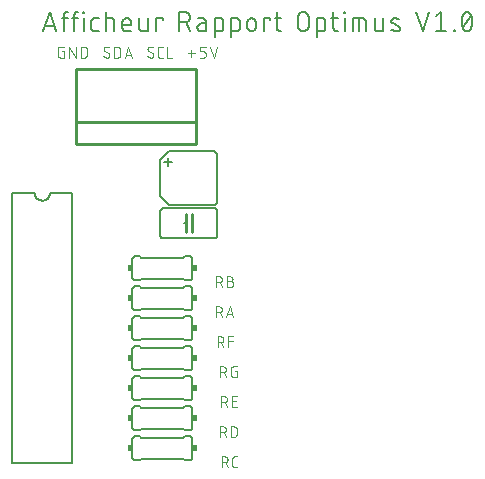
<source format=gbr>
G04 EAGLE Gerber RS-274X export*
G75*
%MOMM*%
%FSLAX34Y34*%
%LPD*%
%INSilkscreen Top*%
%IPPOS*%
%AMOC8*
5,1,8,0,0,1.08239X$1,22.5*%
G01*
%ADD10C,0.076200*%
%ADD11C,0.152400*%
%ADD12C,0.254000*%
%ADD13R,0.381000X0.508000*%
%ADD14C,0.101600*%


D10*
X150086Y361202D02*
X151652Y361202D01*
X151652Y355981D01*
X148519Y355981D01*
X148430Y355983D01*
X148342Y355989D01*
X148254Y355998D01*
X148166Y356011D01*
X148079Y356028D01*
X147993Y356048D01*
X147908Y356073D01*
X147823Y356100D01*
X147740Y356132D01*
X147659Y356166D01*
X147579Y356205D01*
X147501Y356246D01*
X147424Y356291D01*
X147350Y356339D01*
X147277Y356390D01*
X147207Y356444D01*
X147140Y356502D01*
X147074Y356562D01*
X147012Y356624D01*
X146952Y356690D01*
X146894Y356757D01*
X146840Y356827D01*
X146789Y356900D01*
X146741Y356974D01*
X146696Y357051D01*
X146655Y357129D01*
X146616Y357209D01*
X146582Y357290D01*
X146550Y357373D01*
X146523Y357458D01*
X146498Y357543D01*
X146478Y357629D01*
X146461Y357716D01*
X146448Y357804D01*
X146439Y357892D01*
X146433Y357980D01*
X146431Y358069D01*
X146431Y363291D01*
X146433Y363382D01*
X146439Y363473D01*
X146449Y363564D01*
X146463Y363654D01*
X146480Y363743D01*
X146502Y363831D01*
X146528Y363919D01*
X146557Y364005D01*
X146590Y364090D01*
X146627Y364173D01*
X146667Y364255D01*
X146711Y364335D01*
X146758Y364413D01*
X146809Y364489D01*
X146862Y364562D01*
X146919Y364633D01*
X146980Y364702D01*
X147043Y364767D01*
X147108Y364830D01*
X147177Y364890D01*
X147248Y364948D01*
X147321Y365001D01*
X147397Y365052D01*
X147475Y365099D01*
X147555Y365143D01*
X147637Y365183D01*
X147720Y365220D01*
X147805Y365253D01*
X147891Y365282D01*
X147979Y365308D01*
X148067Y365330D01*
X148156Y365347D01*
X148246Y365361D01*
X148337Y365371D01*
X148428Y365377D01*
X148519Y365379D01*
X151652Y365379D01*
X156185Y365379D02*
X156185Y355981D01*
X161406Y355981D02*
X156185Y365379D01*
X161406Y365379D02*
X161406Y355981D01*
X165938Y355981D02*
X165938Y365379D01*
X168549Y365379D01*
X168649Y365377D01*
X168749Y365371D01*
X168848Y365362D01*
X168948Y365348D01*
X169046Y365331D01*
X169144Y365310D01*
X169241Y365286D01*
X169337Y365257D01*
X169432Y365225D01*
X169525Y365190D01*
X169617Y365151D01*
X169708Y365108D01*
X169796Y365062D01*
X169883Y365012D01*
X169968Y364960D01*
X170051Y364904D01*
X170132Y364845D01*
X170210Y364782D01*
X170286Y364717D01*
X170360Y364649D01*
X170430Y364579D01*
X170498Y364505D01*
X170563Y364429D01*
X170626Y364351D01*
X170685Y364270D01*
X170741Y364187D01*
X170793Y364102D01*
X170843Y364015D01*
X170889Y363927D01*
X170932Y363836D01*
X170971Y363744D01*
X171006Y363651D01*
X171038Y363556D01*
X171067Y363460D01*
X171091Y363363D01*
X171112Y363265D01*
X171129Y363167D01*
X171143Y363067D01*
X171152Y362968D01*
X171158Y362868D01*
X171160Y362768D01*
X171159Y362768D02*
X171159Y358592D01*
X171160Y358592D02*
X171158Y358492D01*
X171152Y358392D01*
X171143Y358293D01*
X171129Y358193D01*
X171112Y358095D01*
X171091Y357997D01*
X171067Y357900D01*
X171038Y357804D01*
X171006Y357709D01*
X170971Y357616D01*
X170932Y357524D01*
X170889Y357433D01*
X170843Y357345D01*
X170793Y357258D01*
X170741Y357173D01*
X170685Y357090D01*
X170626Y357009D01*
X170563Y356931D01*
X170498Y356855D01*
X170430Y356781D01*
X170360Y356711D01*
X170286Y356643D01*
X170210Y356578D01*
X170132Y356515D01*
X170051Y356456D01*
X169968Y356400D01*
X169883Y356348D01*
X169796Y356298D01*
X169708Y356252D01*
X169617Y356209D01*
X169525Y356170D01*
X169432Y356135D01*
X169337Y356103D01*
X169241Y356074D01*
X169144Y356050D01*
X169046Y356029D01*
X168948Y356012D01*
X168848Y355998D01*
X168749Y355989D01*
X168649Y355983D01*
X168549Y355981D01*
X165938Y355981D01*
X187968Y355981D02*
X188057Y355983D01*
X188145Y355989D01*
X188233Y355998D01*
X188321Y356011D01*
X188408Y356028D01*
X188494Y356048D01*
X188579Y356073D01*
X188664Y356100D01*
X188747Y356132D01*
X188828Y356166D01*
X188908Y356205D01*
X188986Y356246D01*
X189063Y356291D01*
X189137Y356339D01*
X189210Y356390D01*
X189280Y356444D01*
X189347Y356502D01*
X189413Y356562D01*
X189475Y356624D01*
X189535Y356690D01*
X189593Y356757D01*
X189647Y356827D01*
X189698Y356900D01*
X189746Y356974D01*
X189791Y357051D01*
X189832Y357129D01*
X189871Y357209D01*
X189905Y357290D01*
X189937Y357373D01*
X189964Y357458D01*
X189989Y357543D01*
X190009Y357629D01*
X190026Y357716D01*
X190039Y357804D01*
X190048Y357892D01*
X190054Y357980D01*
X190056Y358069D01*
X187968Y355981D02*
X187839Y355983D01*
X187710Y355989D01*
X187581Y355998D01*
X187453Y356011D01*
X187325Y356028D01*
X187198Y356049D01*
X187071Y356073D01*
X186945Y356101D01*
X186820Y356133D01*
X186696Y356168D01*
X186573Y356207D01*
X186451Y356250D01*
X186331Y356296D01*
X186212Y356346D01*
X186094Y356399D01*
X185978Y356455D01*
X185864Y356515D01*
X185751Y356578D01*
X185641Y356645D01*
X185532Y356714D01*
X185426Y356787D01*
X185321Y356863D01*
X185219Y356942D01*
X185120Y357024D01*
X185022Y357108D01*
X184927Y357196D01*
X184835Y357286D01*
X185097Y363291D02*
X185099Y363380D01*
X185105Y363468D01*
X185114Y363556D01*
X185127Y363644D01*
X185144Y363731D01*
X185164Y363817D01*
X185189Y363902D01*
X185216Y363987D01*
X185248Y364070D01*
X185282Y364151D01*
X185321Y364231D01*
X185362Y364309D01*
X185407Y364386D01*
X185455Y364460D01*
X185506Y364533D01*
X185560Y364603D01*
X185618Y364670D01*
X185678Y364736D01*
X185740Y364798D01*
X185806Y364858D01*
X185873Y364916D01*
X185943Y364970D01*
X186016Y365021D01*
X186090Y365069D01*
X186167Y365114D01*
X186245Y365155D01*
X186325Y365194D01*
X186406Y365228D01*
X186489Y365260D01*
X186574Y365287D01*
X186659Y365312D01*
X186745Y365332D01*
X186832Y365349D01*
X186920Y365362D01*
X187008Y365371D01*
X187096Y365377D01*
X187185Y365379D01*
X187305Y365377D01*
X187425Y365372D01*
X187545Y365362D01*
X187664Y365350D01*
X187783Y365333D01*
X187901Y365313D01*
X188019Y365289D01*
X188135Y365262D01*
X188251Y365231D01*
X188366Y365197D01*
X188480Y365159D01*
X188593Y365117D01*
X188704Y365072D01*
X188814Y365024D01*
X188922Y364973D01*
X189029Y364918D01*
X189134Y364860D01*
X189237Y364798D01*
X189338Y364734D01*
X189438Y364666D01*
X189535Y364596D01*
X186141Y361464D02*
X186063Y361512D01*
X185987Y361564D01*
X185914Y361618D01*
X185843Y361676D01*
X185774Y361737D01*
X185708Y361801D01*
X185645Y361868D01*
X185585Y361937D01*
X185528Y362009D01*
X185474Y362083D01*
X185424Y362160D01*
X185376Y362239D01*
X185333Y362319D01*
X185292Y362402D01*
X185256Y362486D01*
X185223Y362571D01*
X185194Y362658D01*
X185168Y362747D01*
X185146Y362836D01*
X185129Y362926D01*
X185115Y363016D01*
X185105Y363108D01*
X185099Y363199D01*
X185097Y363291D01*
X189013Y359896D02*
X189091Y359848D01*
X189167Y359796D01*
X189240Y359742D01*
X189311Y359684D01*
X189380Y359623D01*
X189446Y359559D01*
X189509Y359492D01*
X189569Y359423D01*
X189626Y359351D01*
X189680Y359277D01*
X189730Y359200D01*
X189778Y359121D01*
X189821Y359041D01*
X189862Y358958D01*
X189898Y358874D01*
X189931Y358789D01*
X189960Y358702D01*
X189986Y358613D01*
X190008Y358524D01*
X190025Y358434D01*
X190039Y358344D01*
X190049Y358252D01*
X190055Y358161D01*
X190057Y358069D01*
X189013Y359897D02*
X186141Y361463D01*
X193980Y365379D02*
X193980Y355981D01*
X193980Y365379D02*
X196590Y365379D01*
X196690Y365377D01*
X196790Y365371D01*
X196889Y365362D01*
X196989Y365348D01*
X197087Y365331D01*
X197185Y365310D01*
X197282Y365286D01*
X197378Y365257D01*
X197473Y365225D01*
X197566Y365190D01*
X197658Y365151D01*
X197749Y365108D01*
X197837Y365062D01*
X197924Y365012D01*
X198009Y364960D01*
X198092Y364904D01*
X198173Y364845D01*
X198251Y364782D01*
X198327Y364717D01*
X198401Y364649D01*
X198471Y364579D01*
X198539Y364505D01*
X198604Y364429D01*
X198667Y364351D01*
X198726Y364270D01*
X198782Y364187D01*
X198834Y364102D01*
X198884Y364015D01*
X198930Y363927D01*
X198973Y363836D01*
X199012Y363744D01*
X199047Y363651D01*
X199079Y363556D01*
X199108Y363460D01*
X199132Y363363D01*
X199153Y363265D01*
X199170Y363167D01*
X199184Y363067D01*
X199193Y362968D01*
X199199Y362868D01*
X199201Y362768D01*
X199201Y358592D01*
X199199Y358492D01*
X199193Y358392D01*
X199184Y358293D01*
X199170Y358193D01*
X199153Y358095D01*
X199132Y357997D01*
X199108Y357900D01*
X199079Y357804D01*
X199047Y357709D01*
X199012Y357616D01*
X198973Y357524D01*
X198930Y357433D01*
X198884Y357345D01*
X198834Y357258D01*
X198782Y357173D01*
X198726Y357090D01*
X198667Y357009D01*
X198604Y356931D01*
X198539Y356855D01*
X198471Y356781D01*
X198401Y356711D01*
X198327Y356643D01*
X198251Y356578D01*
X198173Y356515D01*
X198092Y356456D01*
X198009Y356400D01*
X197924Y356348D01*
X197837Y356298D01*
X197749Y356252D01*
X197658Y356209D01*
X197566Y356170D01*
X197473Y356135D01*
X197378Y356103D01*
X197282Y356074D01*
X197185Y356050D01*
X197087Y356029D01*
X196989Y356012D01*
X196889Y355998D01*
X196790Y355989D01*
X196690Y355983D01*
X196590Y355981D01*
X193980Y355981D01*
X202906Y355981D02*
X206039Y365379D01*
X209172Y355981D01*
X208388Y358331D02*
X203689Y358331D01*
X225154Y355981D02*
X225243Y355983D01*
X225331Y355989D01*
X225419Y355998D01*
X225507Y356011D01*
X225594Y356028D01*
X225680Y356048D01*
X225765Y356073D01*
X225850Y356100D01*
X225933Y356132D01*
X226014Y356166D01*
X226094Y356205D01*
X226172Y356246D01*
X226249Y356291D01*
X226323Y356339D01*
X226396Y356390D01*
X226466Y356444D01*
X226533Y356502D01*
X226599Y356562D01*
X226661Y356624D01*
X226721Y356690D01*
X226779Y356757D01*
X226833Y356827D01*
X226884Y356900D01*
X226932Y356974D01*
X226977Y357051D01*
X227018Y357129D01*
X227057Y357209D01*
X227091Y357290D01*
X227123Y357373D01*
X227150Y357458D01*
X227175Y357543D01*
X227195Y357629D01*
X227212Y357716D01*
X227225Y357804D01*
X227234Y357892D01*
X227240Y357980D01*
X227242Y358069D01*
X225154Y355981D02*
X225025Y355983D01*
X224896Y355989D01*
X224767Y355998D01*
X224639Y356011D01*
X224511Y356028D01*
X224384Y356049D01*
X224257Y356073D01*
X224131Y356101D01*
X224006Y356133D01*
X223882Y356168D01*
X223759Y356207D01*
X223637Y356250D01*
X223517Y356296D01*
X223398Y356346D01*
X223280Y356399D01*
X223164Y356455D01*
X223050Y356515D01*
X222937Y356578D01*
X222827Y356645D01*
X222718Y356714D01*
X222612Y356787D01*
X222507Y356863D01*
X222405Y356942D01*
X222306Y357024D01*
X222208Y357108D01*
X222113Y357196D01*
X222021Y357286D01*
X222283Y363291D02*
X222285Y363380D01*
X222291Y363468D01*
X222300Y363556D01*
X222313Y363644D01*
X222330Y363731D01*
X222350Y363817D01*
X222375Y363902D01*
X222402Y363987D01*
X222434Y364070D01*
X222468Y364151D01*
X222507Y364231D01*
X222548Y364309D01*
X222593Y364386D01*
X222641Y364460D01*
X222692Y364533D01*
X222746Y364603D01*
X222804Y364670D01*
X222864Y364736D01*
X222926Y364798D01*
X222992Y364858D01*
X223059Y364916D01*
X223129Y364970D01*
X223202Y365021D01*
X223276Y365069D01*
X223353Y365114D01*
X223431Y365155D01*
X223511Y365194D01*
X223592Y365228D01*
X223675Y365260D01*
X223760Y365287D01*
X223845Y365312D01*
X223931Y365332D01*
X224018Y365349D01*
X224106Y365362D01*
X224194Y365371D01*
X224282Y365377D01*
X224371Y365379D01*
X224370Y365379D02*
X224490Y365377D01*
X224610Y365372D01*
X224730Y365362D01*
X224849Y365350D01*
X224968Y365333D01*
X225086Y365313D01*
X225204Y365289D01*
X225320Y365262D01*
X225436Y365231D01*
X225551Y365197D01*
X225665Y365159D01*
X225778Y365117D01*
X225889Y365072D01*
X225999Y365024D01*
X226107Y364973D01*
X226214Y364918D01*
X226319Y364860D01*
X226422Y364798D01*
X226523Y364734D01*
X226623Y364666D01*
X226720Y364596D01*
X223326Y361464D02*
X223248Y361512D01*
X223172Y361564D01*
X223099Y361618D01*
X223028Y361676D01*
X222959Y361737D01*
X222893Y361801D01*
X222830Y361868D01*
X222770Y361937D01*
X222713Y362009D01*
X222659Y362083D01*
X222609Y362160D01*
X222561Y362239D01*
X222518Y362319D01*
X222477Y362402D01*
X222441Y362486D01*
X222408Y362571D01*
X222379Y362658D01*
X222353Y362747D01*
X222331Y362836D01*
X222314Y362926D01*
X222300Y363016D01*
X222290Y363108D01*
X222284Y363199D01*
X222282Y363291D01*
X226198Y359896D02*
X226276Y359848D01*
X226352Y359796D01*
X226425Y359742D01*
X226496Y359684D01*
X226565Y359623D01*
X226631Y359559D01*
X226694Y359492D01*
X226754Y359423D01*
X226811Y359351D01*
X226865Y359277D01*
X226915Y359200D01*
X226963Y359121D01*
X227006Y359041D01*
X227047Y358958D01*
X227083Y358874D01*
X227116Y358789D01*
X227145Y358702D01*
X227171Y358613D01*
X227193Y358524D01*
X227210Y358434D01*
X227224Y358344D01*
X227234Y358252D01*
X227240Y358161D01*
X227242Y358069D01*
X226198Y359897D02*
X223326Y361463D01*
X232923Y355981D02*
X235011Y355981D01*
X232923Y355981D02*
X232834Y355983D01*
X232746Y355989D01*
X232658Y355998D01*
X232570Y356011D01*
X232483Y356028D01*
X232397Y356048D01*
X232312Y356073D01*
X232227Y356100D01*
X232144Y356132D01*
X232063Y356166D01*
X231983Y356205D01*
X231905Y356246D01*
X231828Y356291D01*
X231754Y356339D01*
X231681Y356390D01*
X231611Y356444D01*
X231544Y356502D01*
X231478Y356562D01*
X231416Y356624D01*
X231356Y356690D01*
X231298Y356757D01*
X231244Y356827D01*
X231193Y356900D01*
X231145Y356974D01*
X231100Y357051D01*
X231059Y357129D01*
X231020Y357209D01*
X230986Y357290D01*
X230954Y357373D01*
X230927Y357458D01*
X230902Y357543D01*
X230882Y357629D01*
X230865Y357716D01*
X230852Y357804D01*
X230843Y357892D01*
X230837Y357980D01*
X230835Y358069D01*
X230834Y358069D02*
X230834Y363291D01*
X230835Y363291D02*
X230837Y363382D01*
X230843Y363473D01*
X230853Y363564D01*
X230867Y363654D01*
X230884Y363743D01*
X230906Y363831D01*
X230932Y363919D01*
X230961Y364005D01*
X230994Y364090D01*
X231031Y364173D01*
X231071Y364255D01*
X231115Y364335D01*
X231162Y364413D01*
X231213Y364489D01*
X231266Y364562D01*
X231323Y364633D01*
X231384Y364702D01*
X231447Y364767D01*
X231512Y364830D01*
X231581Y364890D01*
X231652Y364948D01*
X231725Y365001D01*
X231801Y365052D01*
X231879Y365099D01*
X231959Y365143D01*
X232041Y365183D01*
X232124Y365220D01*
X232209Y365253D01*
X232295Y365282D01*
X232383Y365308D01*
X232471Y365330D01*
X232560Y365347D01*
X232650Y365361D01*
X232741Y365371D01*
X232832Y365377D01*
X232923Y365379D01*
X235011Y365379D01*
X238802Y365379D02*
X238802Y355981D01*
X242979Y355981D01*
X256246Y359636D02*
X262511Y359636D01*
X259379Y362768D02*
X259379Y356503D01*
X266522Y355981D02*
X269654Y355981D01*
X269743Y355983D01*
X269831Y355989D01*
X269919Y355998D01*
X270007Y356011D01*
X270094Y356028D01*
X270180Y356048D01*
X270265Y356073D01*
X270350Y356100D01*
X270433Y356132D01*
X270514Y356166D01*
X270594Y356205D01*
X270672Y356246D01*
X270749Y356291D01*
X270823Y356339D01*
X270896Y356390D01*
X270966Y356444D01*
X271033Y356502D01*
X271099Y356562D01*
X271161Y356624D01*
X271221Y356690D01*
X271279Y356757D01*
X271333Y356827D01*
X271384Y356900D01*
X271432Y356974D01*
X271477Y357051D01*
X271518Y357129D01*
X271557Y357209D01*
X271591Y357290D01*
X271623Y357373D01*
X271650Y357458D01*
X271675Y357543D01*
X271695Y357629D01*
X271712Y357716D01*
X271725Y357804D01*
X271734Y357892D01*
X271740Y357980D01*
X271742Y358069D01*
X271743Y358069D02*
X271743Y359114D01*
X271742Y359114D02*
X271740Y359203D01*
X271734Y359291D01*
X271725Y359379D01*
X271712Y359467D01*
X271695Y359554D01*
X271675Y359640D01*
X271650Y359725D01*
X271623Y359810D01*
X271591Y359893D01*
X271557Y359974D01*
X271518Y360054D01*
X271477Y360132D01*
X271432Y360209D01*
X271384Y360283D01*
X271333Y360356D01*
X271279Y360426D01*
X271221Y360493D01*
X271161Y360559D01*
X271099Y360621D01*
X271033Y360681D01*
X270966Y360739D01*
X270896Y360793D01*
X270823Y360844D01*
X270749Y360892D01*
X270672Y360937D01*
X270594Y360978D01*
X270514Y361017D01*
X270433Y361051D01*
X270350Y361083D01*
X270265Y361110D01*
X270180Y361135D01*
X270094Y361155D01*
X270007Y361172D01*
X269919Y361185D01*
X269831Y361194D01*
X269743Y361200D01*
X269654Y361202D01*
X266522Y361202D01*
X266522Y365379D01*
X271743Y365379D01*
X275143Y365379D02*
X278276Y355981D01*
X281409Y365379D01*
D11*
X139531Y394843D02*
X134112Y378587D01*
X144949Y378587D02*
X139531Y394843D01*
X143595Y382651D02*
X135467Y382651D01*
X151395Y378587D02*
X151395Y392134D01*
X151396Y392134D02*
X151398Y392238D01*
X151404Y392341D01*
X151414Y392445D01*
X151428Y392548D01*
X151446Y392650D01*
X151467Y392751D01*
X151493Y392852D01*
X151522Y392951D01*
X151555Y393050D01*
X151592Y393147D01*
X151633Y393242D01*
X151677Y393336D01*
X151725Y393428D01*
X151776Y393518D01*
X151831Y393607D01*
X151889Y393693D01*
X151951Y393776D01*
X152015Y393858D01*
X152083Y393936D01*
X152153Y394012D01*
X152226Y394086D01*
X152303Y394156D01*
X152381Y394224D01*
X152463Y394288D01*
X152546Y394350D01*
X152632Y394408D01*
X152721Y394463D01*
X152811Y394514D01*
X152903Y394562D01*
X152997Y394606D01*
X153092Y394647D01*
X153189Y394684D01*
X153288Y394717D01*
X153387Y394746D01*
X153488Y394772D01*
X153589Y394793D01*
X153691Y394811D01*
X153794Y394825D01*
X153898Y394835D01*
X154001Y394841D01*
X154105Y394843D01*
X154104Y394843D02*
X155008Y394843D01*
X155008Y389424D02*
X149589Y389424D01*
X160253Y392134D02*
X160253Y378587D01*
X160253Y392134D02*
X160255Y392238D01*
X160261Y392341D01*
X160271Y392445D01*
X160285Y392548D01*
X160303Y392650D01*
X160324Y392751D01*
X160350Y392852D01*
X160379Y392951D01*
X160412Y393050D01*
X160449Y393147D01*
X160490Y393242D01*
X160534Y393336D01*
X160582Y393428D01*
X160633Y393518D01*
X160688Y393607D01*
X160746Y393693D01*
X160808Y393776D01*
X160872Y393858D01*
X160940Y393936D01*
X161010Y394012D01*
X161083Y394086D01*
X161160Y394156D01*
X161238Y394224D01*
X161320Y394288D01*
X161403Y394350D01*
X161489Y394408D01*
X161578Y394463D01*
X161668Y394514D01*
X161760Y394562D01*
X161854Y394606D01*
X161949Y394647D01*
X162046Y394684D01*
X162145Y394717D01*
X162244Y394746D01*
X162345Y394772D01*
X162446Y394793D01*
X162548Y394811D01*
X162651Y394825D01*
X162755Y394835D01*
X162858Y394841D01*
X162962Y394843D01*
X163865Y394843D01*
X163865Y389424D02*
X158447Y389424D01*
X168188Y389424D02*
X168188Y378587D01*
X167736Y393940D02*
X167736Y394843D01*
X168639Y394843D01*
X168639Y393940D01*
X167736Y393940D01*
X177202Y378587D02*
X180815Y378587D01*
X177202Y378587D02*
X177101Y378589D01*
X177000Y378595D01*
X176899Y378604D01*
X176798Y378617D01*
X176698Y378634D01*
X176599Y378655D01*
X176501Y378679D01*
X176404Y378707D01*
X176307Y378739D01*
X176212Y378774D01*
X176119Y378813D01*
X176027Y378855D01*
X175936Y378901D01*
X175848Y378950D01*
X175761Y379002D01*
X175676Y379058D01*
X175593Y379116D01*
X175513Y379178D01*
X175435Y379243D01*
X175359Y379310D01*
X175286Y379380D01*
X175216Y379453D01*
X175149Y379529D01*
X175084Y379607D01*
X175022Y379687D01*
X174964Y379770D01*
X174908Y379855D01*
X174856Y379942D01*
X174807Y380030D01*
X174761Y380121D01*
X174719Y380213D01*
X174680Y380306D01*
X174645Y380401D01*
X174613Y380498D01*
X174585Y380595D01*
X174561Y380693D01*
X174540Y380792D01*
X174523Y380892D01*
X174510Y380993D01*
X174501Y381094D01*
X174495Y381195D01*
X174493Y381296D01*
X174493Y386715D01*
X174495Y386816D01*
X174501Y386917D01*
X174510Y387018D01*
X174523Y387119D01*
X174540Y387219D01*
X174561Y387318D01*
X174585Y387416D01*
X174613Y387513D01*
X174645Y387610D01*
X174680Y387705D01*
X174719Y387798D01*
X174761Y387890D01*
X174807Y387981D01*
X174856Y388070D01*
X174908Y388156D01*
X174964Y388241D01*
X175022Y388324D01*
X175084Y388404D01*
X175149Y388482D01*
X175216Y388558D01*
X175286Y388631D01*
X175359Y388701D01*
X175435Y388768D01*
X175513Y388833D01*
X175593Y388895D01*
X175676Y388953D01*
X175761Y389009D01*
X175848Y389061D01*
X175936Y389110D01*
X176027Y389156D01*
X176119Y389198D01*
X176212Y389237D01*
X176307Y389272D01*
X176404Y389304D01*
X176501Y389332D01*
X176599Y389356D01*
X176698Y389377D01*
X176798Y389394D01*
X176899Y389407D01*
X177000Y389416D01*
X177101Y389422D01*
X177202Y389424D01*
X180815Y389424D01*
X186980Y394843D02*
X186980Y378587D01*
X186980Y389424D02*
X191496Y389424D01*
X191600Y389422D01*
X191703Y389416D01*
X191807Y389406D01*
X191910Y389392D01*
X192012Y389374D01*
X192113Y389353D01*
X192214Y389327D01*
X192313Y389298D01*
X192412Y389265D01*
X192509Y389228D01*
X192604Y389187D01*
X192698Y389143D01*
X192790Y389095D01*
X192880Y389044D01*
X192969Y388989D01*
X193055Y388931D01*
X193138Y388869D01*
X193220Y388805D01*
X193298Y388737D01*
X193374Y388667D01*
X193448Y388594D01*
X193518Y388517D01*
X193586Y388439D01*
X193650Y388357D01*
X193712Y388274D01*
X193770Y388188D01*
X193825Y388099D01*
X193876Y388009D01*
X193924Y387917D01*
X193968Y387823D01*
X194009Y387728D01*
X194046Y387631D01*
X194079Y387532D01*
X194108Y387433D01*
X194134Y387332D01*
X194155Y387231D01*
X194173Y387129D01*
X194187Y387026D01*
X194197Y386922D01*
X194203Y386819D01*
X194205Y386715D01*
X194205Y378587D01*
X203758Y378587D02*
X208273Y378587D01*
X203758Y378587D02*
X203657Y378589D01*
X203556Y378595D01*
X203455Y378604D01*
X203354Y378617D01*
X203254Y378634D01*
X203155Y378655D01*
X203057Y378679D01*
X202960Y378707D01*
X202863Y378739D01*
X202768Y378774D01*
X202675Y378813D01*
X202583Y378855D01*
X202492Y378901D01*
X202404Y378950D01*
X202317Y379002D01*
X202232Y379058D01*
X202149Y379116D01*
X202069Y379178D01*
X201991Y379243D01*
X201915Y379310D01*
X201842Y379380D01*
X201772Y379453D01*
X201705Y379529D01*
X201640Y379607D01*
X201578Y379687D01*
X201520Y379770D01*
X201464Y379855D01*
X201412Y379942D01*
X201363Y380030D01*
X201317Y380121D01*
X201275Y380213D01*
X201236Y380306D01*
X201201Y380401D01*
X201169Y380498D01*
X201141Y380595D01*
X201117Y380693D01*
X201096Y380792D01*
X201079Y380892D01*
X201066Y380993D01*
X201057Y381094D01*
X201051Y381195D01*
X201049Y381296D01*
X201048Y381296D02*
X201048Y385812D01*
X201049Y385812D02*
X201051Y385931D01*
X201057Y386051D01*
X201067Y386170D01*
X201081Y386288D01*
X201098Y386407D01*
X201120Y386524D01*
X201145Y386641D01*
X201175Y386756D01*
X201208Y386871D01*
X201245Y386985D01*
X201285Y387097D01*
X201330Y387208D01*
X201378Y387317D01*
X201429Y387425D01*
X201484Y387531D01*
X201543Y387635D01*
X201605Y387737D01*
X201670Y387837D01*
X201739Y387935D01*
X201811Y388031D01*
X201886Y388124D01*
X201963Y388214D01*
X202044Y388302D01*
X202128Y388387D01*
X202215Y388469D01*
X202304Y388549D01*
X202396Y388625D01*
X202490Y388699D01*
X202587Y388769D01*
X202685Y388836D01*
X202786Y388900D01*
X202890Y388960D01*
X202995Y389017D01*
X203102Y389070D01*
X203210Y389120D01*
X203320Y389166D01*
X203432Y389208D01*
X203545Y389247D01*
X203659Y389282D01*
X203774Y389313D01*
X203891Y389341D01*
X204008Y389364D01*
X204125Y389384D01*
X204244Y389400D01*
X204363Y389412D01*
X204482Y389420D01*
X204601Y389424D01*
X204721Y389424D01*
X204840Y389420D01*
X204959Y389412D01*
X205078Y389400D01*
X205197Y389384D01*
X205314Y389364D01*
X205431Y389341D01*
X205548Y389313D01*
X205663Y389282D01*
X205777Y389247D01*
X205890Y389208D01*
X206002Y389166D01*
X206112Y389120D01*
X206220Y389070D01*
X206327Y389017D01*
X206432Y388960D01*
X206536Y388900D01*
X206637Y388836D01*
X206735Y388769D01*
X206832Y388699D01*
X206926Y388625D01*
X207018Y388549D01*
X207107Y388469D01*
X207194Y388387D01*
X207278Y388302D01*
X207359Y388214D01*
X207436Y388124D01*
X207511Y388031D01*
X207583Y387935D01*
X207652Y387837D01*
X207717Y387737D01*
X207779Y387635D01*
X207838Y387531D01*
X207893Y387425D01*
X207944Y387317D01*
X207992Y387208D01*
X208037Y387097D01*
X208077Y386985D01*
X208114Y386871D01*
X208147Y386756D01*
X208177Y386641D01*
X208202Y386524D01*
X208224Y386407D01*
X208241Y386288D01*
X208255Y386170D01*
X208265Y386051D01*
X208271Y385931D01*
X208273Y385812D01*
X208273Y384006D01*
X201048Y384006D01*
X215116Y381296D02*
X215116Y389424D01*
X215117Y381296D02*
X215119Y381195D01*
X215125Y381094D01*
X215134Y380993D01*
X215147Y380892D01*
X215164Y380792D01*
X215185Y380693D01*
X215209Y380595D01*
X215237Y380498D01*
X215269Y380401D01*
X215304Y380306D01*
X215343Y380213D01*
X215385Y380121D01*
X215431Y380030D01*
X215480Y379942D01*
X215532Y379855D01*
X215588Y379770D01*
X215646Y379687D01*
X215708Y379607D01*
X215773Y379529D01*
X215840Y379453D01*
X215910Y379380D01*
X215983Y379310D01*
X216059Y379243D01*
X216137Y379178D01*
X216217Y379116D01*
X216300Y379058D01*
X216385Y379002D01*
X216472Y378950D01*
X216560Y378901D01*
X216651Y378855D01*
X216743Y378813D01*
X216836Y378774D01*
X216931Y378739D01*
X217028Y378707D01*
X217125Y378679D01*
X217223Y378655D01*
X217322Y378634D01*
X217422Y378617D01*
X217523Y378604D01*
X217624Y378595D01*
X217725Y378589D01*
X217826Y378587D01*
X222341Y378587D01*
X222341Y389424D01*
X229790Y389424D02*
X229790Y378587D01*
X229790Y389424D02*
X235209Y389424D01*
X235209Y387618D01*
X249215Y394843D02*
X249215Y378587D01*
X249215Y394843D02*
X253730Y394843D01*
X253863Y394841D01*
X253995Y394835D01*
X254127Y394825D01*
X254259Y394812D01*
X254391Y394794D01*
X254521Y394773D01*
X254652Y394748D01*
X254781Y394719D01*
X254909Y394686D01*
X255037Y394650D01*
X255163Y394610D01*
X255288Y394566D01*
X255412Y394518D01*
X255534Y394467D01*
X255655Y394412D01*
X255774Y394354D01*
X255892Y394292D01*
X256007Y394227D01*
X256121Y394158D01*
X256232Y394087D01*
X256341Y394011D01*
X256448Y393933D01*
X256553Y393852D01*
X256655Y393767D01*
X256755Y393680D01*
X256852Y393590D01*
X256947Y393497D01*
X257038Y393401D01*
X257127Y393303D01*
X257213Y393202D01*
X257296Y393098D01*
X257376Y392992D01*
X257452Y392884D01*
X257526Y392774D01*
X257596Y392661D01*
X257663Y392547D01*
X257726Y392430D01*
X257786Y392312D01*
X257843Y392192D01*
X257896Y392070D01*
X257945Y391947D01*
X257991Y391823D01*
X258033Y391697D01*
X258071Y391570D01*
X258106Y391442D01*
X258137Y391313D01*
X258164Y391184D01*
X258187Y391053D01*
X258207Y390922D01*
X258222Y390790D01*
X258234Y390658D01*
X258242Y390526D01*
X258246Y390393D01*
X258246Y390261D01*
X258242Y390128D01*
X258234Y389996D01*
X258222Y389864D01*
X258207Y389732D01*
X258187Y389601D01*
X258164Y389470D01*
X258137Y389341D01*
X258106Y389212D01*
X258071Y389084D01*
X258033Y388957D01*
X257991Y388831D01*
X257945Y388707D01*
X257896Y388584D01*
X257843Y388462D01*
X257786Y388342D01*
X257726Y388224D01*
X257663Y388107D01*
X257596Y387993D01*
X257526Y387880D01*
X257452Y387770D01*
X257376Y387662D01*
X257296Y387556D01*
X257213Y387452D01*
X257127Y387351D01*
X257038Y387253D01*
X256947Y387157D01*
X256852Y387064D01*
X256755Y386974D01*
X256655Y386887D01*
X256553Y386802D01*
X256448Y386721D01*
X256341Y386643D01*
X256232Y386567D01*
X256121Y386496D01*
X256007Y386427D01*
X255892Y386362D01*
X255774Y386300D01*
X255655Y386242D01*
X255534Y386187D01*
X255412Y386136D01*
X255288Y386088D01*
X255163Y386044D01*
X255037Y386004D01*
X254909Y385968D01*
X254781Y385935D01*
X254652Y385906D01*
X254521Y385881D01*
X254391Y385860D01*
X254259Y385842D01*
X254127Y385829D01*
X253995Y385819D01*
X253863Y385813D01*
X253730Y385811D01*
X253730Y385812D02*
X249215Y385812D01*
X254633Y385812D02*
X258246Y378587D01*
X267703Y384909D02*
X271767Y384909D01*
X267703Y384909D02*
X267591Y384907D01*
X267480Y384901D01*
X267369Y384891D01*
X267258Y384878D01*
X267148Y384860D01*
X267039Y384838D01*
X266930Y384813D01*
X266822Y384784D01*
X266716Y384751D01*
X266610Y384714D01*
X266506Y384674D01*
X266404Y384630D01*
X266303Y384582D01*
X266204Y384531D01*
X266106Y384476D01*
X266011Y384418D01*
X265918Y384357D01*
X265827Y384292D01*
X265738Y384224D01*
X265652Y384153D01*
X265569Y384080D01*
X265488Y384003D01*
X265409Y383923D01*
X265334Y383841D01*
X265262Y383756D01*
X265192Y383669D01*
X265126Y383579D01*
X265063Y383487D01*
X265003Y383392D01*
X264947Y383296D01*
X264894Y383198D01*
X264845Y383098D01*
X264799Y382996D01*
X264757Y382893D01*
X264718Y382788D01*
X264683Y382682D01*
X264652Y382575D01*
X264625Y382467D01*
X264601Y382358D01*
X264582Y382248D01*
X264566Y382138D01*
X264554Y382027D01*
X264546Y381915D01*
X264542Y381804D01*
X264542Y381692D01*
X264546Y381581D01*
X264554Y381469D01*
X264566Y381358D01*
X264582Y381248D01*
X264601Y381138D01*
X264625Y381029D01*
X264652Y380921D01*
X264683Y380814D01*
X264718Y380708D01*
X264757Y380603D01*
X264799Y380500D01*
X264845Y380398D01*
X264894Y380298D01*
X264947Y380200D01*
X265003Y380104D01*
X265063Y380009D01*
X265126Y379917D01*
X265192Y379827D01*
X265262Y379740D01*
X265334Y379655D01*
X265409Y379573D01*
X265488Y379493D01*
X265569Y379416D01*
X265652Y379343D01*
X265738Y379272D01*
X265827Y379204D01*
X265918Y379139D01*
X266011Y379078D01*
X266106Y379020D01*
X266204Y378965D01*
X266303Y378914D01*
X266404Y378866D01*
X266506Y378822D01*
X266610Y378782D01*
X266716Y378745D01*
X266822Y378712D01*
X266930Y378683D01*
X267039Y378658D01*
X267148Y378636D01*
X267258Y378618D01*
X267369Y378605D01*
X267480Y378595D01*
X267591Y378589D01*
X267703Y378587D01*
X271767Y378587D01*
X271767Y386715D01*
X271765Y386816D01*
X271759Y386917D01*
X271750Y387018D01*
X271737Y387119D01*
X271720Y387219D01*
X271699Y387318D01*
X271675Y387416D01*
X271647Y387513D01*
X271615Y387610D01*
X271580Y387705D01*
X271541Y387798D01*
X271499Y387890D01*
X271453Y387981D01*
X271404Y388070D01*
X271352Y388156D01*
X271296Y388241D01*
X271238Y388324D01*
X271176Y388404D01*
X271111Y388482D01*
X271044Y388558D01*
X270974Y388631D01*
X270901Y388701D01*
X270825Y388768D01*
X270747Y388833D01*
X270667Y388895D01*
X270584Y388953D01*
X270499Y389009D01*
X270413Y389061D01*
X270324Y389110D01*
X270233Y389156D01*
X270141Y389198D01*
X270048Y389237D01*
X269953Y389272D01*
X269856Y389304D01*
X269759Y389332D01*
X269661Y389356D01*
X269562Y389377D01*
X269462Y389394D01*
X269361Y389407D01*
X269260Y389416D01*
X269159Y389422D01*
X269058Y389424D01*
X265445Y389424D01*
X279278Y389424D02*
X279278Y373168D01*
X279278Y389424D02*
X283793Y389424D01*
X283897Y389422D01*
X284000Y389416D01*
X284104Y389406D01*
X284207Y389392D01*
X284309Y389374D01*
X284410Y389353D01*
X284511Y389327D01*
X284610Y389298D01*
X284709Y389265D01*
X284806Y389228D01*
X284901Y389187D01*
X284995Y389143D01*
X285087Y389095D01*
X285177Y389044D01*
X285266Y388989D01*
X285352Y388931D01*
X285435Y388869D01*
X285517Y388805D01*
X285595Y388737D01*
X285671Y388667D01*
X285745Y388594D01*
X285815Y388517D01*
X285883Y388439D01*
X285947Y388357D01*
X286009Y388274D01*
X286067Y388188D01*
X286122Y388099D01*
X286173Y388009D01*
X286221Y387917D01*
X286265Y387823D01*
X286306Y387728D01*
X286343Y387631D01*
X286376Y387532D01*
X286405Y387433D01*
X286431Y387332D01*
X286452Y387231D01*
X286470Y387129D01*
X286484Y387026D01*
X286494Y386922D01*
X286500Y386819D01*
X286502Y386715D01*
X286503Y386715D02*
X286503Y381296D01*
X286502Y381296D02*
X286500Y381195D01*
X286494Y381094D01*
X286485Y380993D01*
X286472Y380892D01*
X286455Y380792D01*
X286434Y380693D01*
X286410Y380595D01*
X286382Y380498D01*
X286350Y380401D01*
X286315Y380306D01*
X286276Y380213D01*
X286234Y380121D01*
X286188Y380030D01*
X286139Y379942D01*
X286087Y379855D01*
X286031Y379770D01*
X285973Y379687D01*
X285911Y379607D01*
X285846Y379529D01*
X285779Y379453D01*
X285709Y379380D01*
X285636Y379310D01*
X285560Y379243D01*
X285482Y379178D01*
X285402Y379116D01*
X285319Y379058D01*
X285234Y379002D01*
X285148Y378950D01*
X285059Y378901D01*
X284968Y378855D01*
X284876Y378813D01*
X284783Y378774D01*
X284688Y378739D01*
X284591Y378707D01*
X284494Y378679D01*
X284396Y378655D01*
X284297Y378634D01*
X284197Y378617D01*
X284096Y378604D01*
X283995Y378595D01*
X283894Y378589D01*
X283793Y378587D01*
X279278Y378587D01*
X293346Y373168D02*
X293346Y389424D01*
X297861Y389424D01*
X297965Y389422D01*
X298068Y389416D01*
X298172Y389406D01*
X298275Y389392D01*
X298377Y389374D01*
X298478Y389353D01*
X298579Y389327D01*
X298678Y389298D01*
X298777Y389265D01*
X298874Y389228D01*
X298969Y389187D01*
X299063Y389143D01*
X299155Y389095D01*
X299245Y389044D01*
X299334Y388989D01*
X299420Y388931D01*
X299503Y388869D01*
X299585Y388805D01*
X299663Y388737D01*
X299739Y388667D01*
X299813Y388594D01*
X299883Y388517D01*
X299951Y388439D01*
X300015Y388357D01*
X300077Y388274D01*
X300135Y388188D01*
X300190Y388099D01*
X300241Y388009D01*
X300289Y387917D01*
X300333Y387823D01*
X300374Y387728D01*
X300411Y387631D01*
X300444Y387532D01*
X300473Y387433D01*
X300499Y387332D01*
X300520Y387231D01*
X300538Y387129D01*
X300552Y387026D01*
X300562Y386922D01*
X300568Y386819D01*
X300570Y386715D01*
X300571Y386715D02*
X300571Y381296D01*
X300570Y381296D02*
X300568Y381195D01*
X300562Y381094D01*
X300553Y380993D01*
X300540Y380892D01*
X300523Y380792D01*
X300502Y380693D01*
X300478Y380595D01*
X300450Y380498D01*
X300418Y380401D01*
X300383Y380306D01*
X300344Y380213D01*
X300302Y380121D01*
X300256Y380030D01*
X300207Y379942D01*
X300155Y379855D01*
X300099Y379770D01*
X300041Y379687D01*
X299979Y379607D01*
X299914Y379529D01*
X299847Y379453D01*
X299777Y379380D01*
X299704Y379310D01*
X299628Y379243D01*
X299550Y379178D01*
X299470Y379116D01*
X299387Y379058D01*
X299302Y379002D01*
X299216Y378950D01*
X299127Y378901D01*
X299036Y378855D01*
X298944Y378813D01*
X298851Y378774D01*
X298756Y378739D01*
X298659Y378707D01*
X298562Y378679D01*
X298464Y378655D01*
X298365Y378634D01*
X298265Y378617D01*
X298164Y378604D01*
X298063Y378595D01*
X297962Y378589D01*
X297861Y378587D01*
X293346Y378587D01*
X306820Y382199D02*
X306820Y385812D01*
X306822Y385931D01*
X306828Y386051D01*
X306838Y386170D01*
X306852Y386288D01*
X306869Y386407D01*
X306891Y386524D01*
X306916Y386641D01*
X306946Y386756D01*
X306979Y386871D01*
X307016Y386985D01*
X307056Y387097D01*
X307101Y387208D01*
X307149Y387317D01*
X307200Y387425D01*
X307255Y387531D01*
X307314Y387635D01*
X307376Y387737D01*
X307441Y387837D01*
X307510Y387935D01*
X307582Y388031D01*
X307657Y388124D01*
X307734Y388214D01*
X307815Y388302D01*
X307899Y388387D01*
X307986Y388469D01*
X308075Y388549D01*
X308167Y388625D01*
X308261Y388699D01*
X308358Y388769D01*
X308456Y388836D01*
X308557Y388900D01*
X308661Y388960D01*
X308766Y389017D01*
X308873Y389070D01*
X308981Y389120D01*
X309091Y389166D01*
X309203Y389208D01*
X309316Y389247D01*
X309430Y389282D01*
X309545Y389313D01*
X309662Y389341D01*
X309779Y389364D01*
X309896Y389384D01*
X310015Y389400D01*
X310134Y389412D01*
X310253Y389420D01*
X310372Y389424D01*
X310492Y389424D01*
X310611Y389420D01*
X310730Y389412D01*
X310849Y389400D01*
X310968Y389384D01*
X311085Y389364D01*
X311202Y389341D01*
X311319Y389313D01*
X311434Y389282D01*
X311548Y389247D01*
X311661Y389208D01*
X311773Y389166D01*
X311883Y389120D01*
X311991Y389070D01*
X312098Y389017D01*
X312203Y388960D01*
X312307Y388900D01*
X312408Y388836D01*
X312506Y388769D01*
X312603Y388699D01*
X312697Y388625D01*
X312789Y388549D01*
X312878Y388469D01*
X312965Y388387D01*
X313049Y388302D01*
X313130Y388214D01*
X313207Y388124D01*
X313282Y388031D01*
X313354Y387935D01*
X313423Y387837D01*
X313488Y387737D01*
X313550Y387635D01*
X313609Y387531D01*
X313664Y387425D01*
X313715Y387317D01*
X313763Y387208D01*
X313808Y387097D01*
X313848Y386985D01*
X313885Y386871D01*
X313918Y386756D01*
X313948Y386641D01*
X313973Y386524D01*
X313995Y386407D01*
X314012Y386288D01*
X314026Y386170D01*
X314036Y386051D01*
X314042Y385931D01*
X314044Y385812D01*
X314044Y382199D01*
X314042Y382080D01*
X314036Y381960D01*
X314026Y381841D01*
X314012Y381723D01*
X313995Y381604D01*
X313973Y381487D01*
X313948Y381370D01*
X313918Y381255D01*
X313885Y381140D01*
X313848Y381026D01*
X313808Y380914D01*
X313763Y380803D01*
X313715Y380694D01*
X313664Y380586D01*
X313609Y380480D01*
X313550Y380376D01*
X313488Y380274D01*
X313423Y380174D01*
X313354Y380076D01*
X313282Y379980D01*
X313207Y379887D01*
X313130Y379797D01*
X313049Y379709D01*
X312965Y379624D01*
X312878Y379542D01*
X312789Y379462D01*
X312697Y379386D01*
X312603Y379312D01*
X312506Y379242D01*
X312408Y379175D01*
X312307Y379111D01*
X312203Y379051D01*
X312098Y378994D01*
X311991Y378941D01*
X311883Y378891D01*
X311773Y378845D01*
X311661Y378803D01*
X311548Y378764D01*
X311434Y378729D01*
X311319Y378698D01*
X311202Y378670D01*
X311085Y378647D01*
X310968Y378627D01*
X310849Y378611D01*
X310730Y378599D01*
X310611Y378591D01*
X310492Y378587D01*
X310372Y378587D01*
X310253Y378591D01*
X310134Y378599D01*
X310015Y378611D01*
X309896Y378627D01*
X309779Y378647D01*
X309662Y378670D01*
X309545Y378698D01*
X309430Y378729D01*
X309316Y378764D01*
X309203Y378803D01*
X309091Y378845D01*
X308981Y378891D01*
X308873Y378941D01*
X308766Y378994D01*
X308661Y379051D01*
X308557Y379111D01*
X308456Y379175D01*
X308358Y379242D01*
X308261Y379312D01*
X308167Y379386D01*
X308075Y379462D01*
X307986Y379542D01*
X307899Y379624D01*
X307815Y379709D01*
X307734Y379797D01*
X307657Y379887D01*
X307582Y379980D01*
X307510Y380076D01*
X307441Y380174D01*
X307376Y380274D01*
X307314Y380376D01*
X307255Y380480D01*
X307200Y380586D01*
X307149Y380694D01*
X307101Y380803D01*
X307056Y380914D01*
X307016Y381026D01*
X306979Y381140D01*
X306946Y381255D01*
X306916Y381370D01*
X306891Y381487D01*
X306869Y381604D01*
X306852Y381723D01*
X306838Y381841D01*
X306828Y381960D01*
X306822Y382080D01*
X306820Y382199D01*
X320973Y378587D02*
X320973Y389424D01*
X326391Y389424D01*
X326391Y387618D01*
X330011Y389424D02*
X335430Y389424D01*
X331817Y394843D02*
X331817Y381296D01*
X331818Y381296D02*
X331820Y381195D01*
X331826Y381094D01*
X331835Y380993D01*
X331848Y380892D01*
X331865Y380792D01*
X331886Y380693D01*
X331910Y380595D01*
X331938Y380498D01*
X331970Y380401D01*
X332005Y380306D01*
X332044Y380213D01*
X332086Y380121D01*
X332132Y380030D01*
X332181Y379942D01*
X332233Y379855D01*
X332289Y379770D01*
X332347Y379687D01*
X332409Y379607D01*
X332474Y379529D01*
X332541Y379453D01*
X332611Y379380D01*
X332684Y379310D01*
X332760Y379243D01*
X332838Y379178D01*
X332918Y379116D01*
X333001Y379058D01*
X333086Y379002D01*
X333173Y378950D01*
X333261Y378901D01*
X333352Y378855D01*
X333444Y378813D01*
X333537Y378774D01*
X333632Y378739D01*
X333729Y378707D01*
X333826Y378679D01*
X333924Y378655D01*
X334023Y378634D01*
X334123Y378617D01*
X334224Y378604D01*
X334325Y378595D01*
X334426Y378589D01*
X334527Y378587D01*
X335430Y378587D01*
X349684Y383103D02*
X349684Y390327D01*
X349683Y390327D02*
X349685Y390460D01*
X349691Y390592D01*
X349701Y390724D01*
X349714Y390856D01*
X349732Y390988D01*
X349753Y391118D01*
X349778Y391249D01*
X349807Y391378D01*
X349840Y391506D01*
X349876Y391634D01*
X349916Y391760D01*
X349960Y391885D01*
X350008Y392009D01*
X350059Y392131D01*
X350114Y392252D01*
X350172Y392371D01*
X350234Y392489D01*
X350299Y392604D01*
X350368Y392718D01*
X350439Y392829D01*
X350515Y392938D01*
X350593Y393045D01*
X350674Y393150D01*
X350759Y393252D01*
X350846Y393352D01*
X350936Y393449D01*
X351029Y393544D01*
X351125Y393635D01*
X351223Y393724D01*
X351324Y393810D01*
X351428Y393893D01*
X351534Y393973D01*
X351642Y394049D01*
X351752Y394123D01*
X351865Y394193D01*
X351979Y394260D01*
X352096Y394323D01*
X352214Y394383D01*
X352334Y394440D01*
X352456Y394493D01*
X352579Y394542D01*
X352703Y394588D01*
X352829Y394630D01*
X352956Y394668D01*
X353084Y394703D01*
X353213Y394734D01*
X353342Y394761D01*
X353473Y394784D01*
X353604Y394804D01*
X353736Y394819D01*
X353868Y394831D01*
X354000Y394839D01*
X354133Y394843D01*
X354265Y394843D01*
X354398Y394839D01*
X354530Y394831D01*
X354662Y394819D01*
X354794Y394804D01*
X354925Y394784D01*
X355056Y394761D01*
X355185Y394734D01*
X355314Y394703D01*
X355442Y394668D01*
X355569Y394630D01*
X355695Y394588D01*
X355819Y394542D01*
X355942Y394493D01*
X356064Y394440D01*
X356184Y394383D01*
X356302Y394323D01*
X356419Y394260D01*
X356533Y394193D01*
X356646Y394123D01*
X356756Y394049D01*
X356864Y393973D01*
X356970Y393893D01*
X357074Y393810D01*
X357175Y393724D01*
X357273Y393635D01*
X357369Y393544D01*
X357462Y393449D01*
X357552Y393352D01*
X357639Y393252D01*
X357724Y393150D01*
X357805Y393045D01*
X357883Y392938D01*
X357959Y392829D01*
X358030Y392718D01*
X358099Y392604D01*
X358164Y392489D01*
X358226Y392371D01*
X358284Y392252D01*
X358339Y392131D01*
X358390Y392009D01*
X358438Y391885D01*
X358482Y391760D01*
X358522Y391634D01*
X358558Y391506D01*
X358591Y391378D01*
X358620Y391249D01*
X358645Y391118D01*
X358666Y390988D01*
X358684Y390856D01*
X358697Y390724D01*
X358707Y390592D01*
X358713Y390460D01*
X358715Y390327D01*
X358715Y383103D01*
X358713Y382970D01*
X358707Y382838D01*
X358697Y382706D01*
X358684Y382574D01*
X358666Y382442D01*
X358645Y382312D01*
X358620Y382181D01*
X358591Y382052D01*
X358558Y381924D01*
X358522Y381796D01*
X358482Y381670D01*
X358438Y381545D01*
X358390Y381421D01*
X358339Y381299D01*
X358284Y381178D01*
X358226Y381059D01*
X358164Y380941D01*
X358099Y380826D01*
X358030Y380712D01*
X357959Y380601D01*
X357883Y380492D01*
X357805Y380385D01*
X357724Y380280D01*
X357639Y380178D01*
X357552Y380078D01*
X357462Y379981D01*
X357369Y379886D01*
X357273Y379795D01*
X357175Y379706D01*
X357074Y379620D01*
X356970Y379537D01*
X356864Y379457D01*
X356756Y379381D01*
X356646Y379307D01*
X356533Y379237D01*
X356419Y379170D01*
X356302Y379107D01*
X356184Y379047D01*
X356064Y378990D01*
X355942Y378937D01*
X355819Y378888D01*
X355695Y378842D01*
X355569Y378800D01*
X355442Y378762D01*
X355314Y378727D01*
X355185Y378696D01*
X355056Y378669D01*
X354925Y378646D01*
X354794Y378626D01*
X354662Y378611D01*
X354530Y378599D01*
X354398Y378591D01*
X354265Y378587D01*
X354133Y378587D01*
X354000Y378591D01*
X353868Y378599D01*
X353736Y378611D01*
X353604Y378626D01*
X353473Y378646D01*
X353342Y378669D01*
X353213Y378696D01*
X353084Y378727D01*
X352956Y378762D01*
X352829Y378800D01*
X352703Y378842D01*
X352579Y378888D01*
X352456Y378937D01*
X352334Y378990D01*
X352214Y379047D01*
X352096Y379107D01*
X351979Y379170D01*
X351865Y379237D01*
X351752Y379307D01*
X351642Y379381D01*
X351534Y379457D01*
X351428Y379537D01*
X351324Y379620D01*
X351223Y379706D01*
X351125Y379795D01*
X351029Y379886D01*
X350936Y379981D01*
X350846Y380078D01*
X350759Y380178D01*
X350674Y380280D01*
X350593Y380385D01*
X350515Y380492D01*
X350439Y380601D01*
X350368Y380712D01*
X350299Y380826D01*
X350234Y380941D01*
X350172Y381059D01*
X350114Y381178D01*
X350059Y381299D01*
X350008Y381421D01*
X349960Y381545D01*
X349916Y381670D01*
X349876Y381796D01*
X349840Y381924D01*
X349807Y382052D01*
X349778Y382181D01*
X349753Y382312D01*
X349732Y382442D01*
X349714Y382574D01*
X349701Y382706D01*
X349691Y382838D01*
X349685Y382970D01*
X349683Y383103D01*
X365770Y389424D02*
X365770Y373168D01*
X365770Y389424D02*
X370286Y389424D01*
X370390Y389422D01*
X370493Y389416D01*
X370597Y389406D01*
X370700Y389392D01*
X370802Y389374D01*
X370903Y389353D01*
X371004Y389327D01*
X371103Y389298D01*
X371202Y389265D01*
X371299Y389228D01*
X371394Y389187D01*
X371488Y389143D01*
X371580Y389095D01*
X371670Y389044D01*
X371759Y388989D01*
X371845Y388931D01*
X371928Y388869D01*
X372010Y388805D01*
X372088Y388737D01*
X372164Y388667D01*
X372238Y388594D01*
X372308Y388517D01*
X372376Y388439D01*
X372440Y388357D01*
X372502Y388274D01*
X372560Y388188D01*
X372615Y388099D01*
X372666Y388009D01*
X372714Y387917D01*
X372758Y387823D01*
X372799Y387728D01*
X372836Y387631D01*
X372869Y387532D01*
X372898Y387433D01*
X372924Y387332D01*
X372945Y387231D01*
X372963Y387129D01*
X372977Y387026D01*
X372987Y386922D01*
X372993Y386819D01*
X372995Y386715D01*
X372995Y381296D01*
X372993Y381195D01*
X372987Y381094D01*
X372978Y380993D01*
X372965Y380892D01*
X372948Y380792D01*
X372927Y380693D01*
X372903Y380595D01*
X372875Y380498D01*
X372843Y380401D01*
X372808Y380306D01*
X372769Y380213D01*
X372727Y380121D01*
X372681Y380030D01*
X372632Y379942D01*
X372580Y379855D01*
X372524Y379770D01*
X372466Y379687D01*
X372404Y379607D01*
X372339Y379529D01*
X372272Y379453D01*
X372202Y379380D01*
X372129Y379310D01*
X372053Y379243D01*
X371975Y379178D01*
X371895Y379116D01*
X371812Y379058D01*
X371727Y379002D01*
X371641Y378950D01*
X371552Y378901D01*
X371461Y378855D01*
X371369Y378813D01*
X371276Y378774D01*
X371181Y378739D01*
X371084Y378707D01*
X370987Y378679D01*
X370889Y378655D01*
X370790Y378634D01*
X370690Y378617D01*
X370589Y378604D01*
X370488Y378595D01*
X370387Y378589D01*
X370286Y378587D01*
X365770Y378587D01*
X377947Y389424D02*
X383366Y389424D01*
X379753Y394843D02*
X379753Y381296D01*
X379755Y381195D01*
X379761Y381094D01*
X379770Y380993D01*
X379783Y380892D01*
X379800Y380792D01*
X379821Y380693D01*
X379845Y380595D01*
X379873Y380498D01*
X379905Y380401D01*
X379940Y380306D01*
X379979Y380213D01*
X380021Y380121D01*
X380067Y380030D01*
X380116Y379942D01*
X380168Y379855D01*
X380224Y379770D01*
X380282Y379687D01*
X380344Y379607D01*
X380409Y379529D01*
X380476Y379453D01*
X380546Y379380D01*
X380619Y379310D01*
X380695Y379243D01*
X380773Y379178D01*
X380853Y379116D01*
X380936Y379058D01*
X381021Y379002D01*
X381108Y378950D01*
X381196Y378901D01*
X381287Y378855D01*
X381379Y378813D01*
X381472Y378774D01*
X381567Y378739D01*
X381664Y378707D01*
X381761Y378679D01*
X381859Y378655D01*
X381958Y378634D01*
X382058Y378617D01*
X382159Y378604D01*
X382260Y378595D01*
X382361Y378589D01*
X382462Y378587D01*
X383366Y378587D01*
X389109Y378587D02*
X389109Y389424D01*
X388657Y393940D02*
X388657Y394843D01*
X389561Y394843D01*
X389561Y393940D01*
X388657Y393940D01*
X396195Y389424D02*
X396195Y378587D01*
X396195Y389424D02*
X404323Y389424D01*
X404424Y389422D01*
X404525Y389416D01*
X404626Y389407D01*
X404727Y389394D01*
X404827Y389377D01*
X404926Y389356D01*
X405024Y389332D01*
X405121Y389304D01*
X405218Y389272D01*
X405313Y389237D01*
X405406Y389198D01*
X405498Y389156D01*
X405589Y389110D01*
X405678Y389061D01*
X405764Y389009D01*
X405849Y388953D01*
X405932Y388895D01*
X406012Y388833D01*
X406090Y388768D01*
X406166Y388701D01*
X406239Y388631D01*
X406309Y388558D01*
X406376Y388482D01*
X406441Y388404D01*
X406503Y388324D01*
X406561Y388241D01*
X406617Y388156D01*
X406669Y388070D01*
X406718Y387981D01*
X406764Y387890D01*
X406806Y387798D01*
X406845Y387705D01*
X406880Y387610D01*
X406912Y387513D01*
X406940Y387416D01*
X406964Y387318D01*
X406985Y387219D01*
X407002Y387119D01*
X407015Y387018D01*
X407024Y386917D01*
X407030Y386816D01*
X407032Y386715D01*
X407033Y386715D02*
X407033Y378587D01*
X401614Y378587D02*
X401614Y389424D01*
X414675Y389424D02*
X414675Y381296D01*
X414677Y381195D01*
X414683Y381094D01*
X414692Y380993D01*
X414705Y380892D01*
X414722Y380792D01*
X414743Y380693D01*
X414767Y380595D01*
X414795Y380498D01*
X414827Y380401D01*
X414862Y380306D01*
X414901Y380213D01*
X414943Y380121D01*
X414989Y380030D01*
X415038Y379942D01*
X415090Y379855D01*
X415146Y379770D01*
X415204Y379687D01*
X415266Y379607D01*
X415331Y379529D01*
X415398Y379453D01*
X415468Y379380D01*
X415541Y379310D01*
X415617Y379243D01*
X415695Y379178D01*
X415775Y379116D01*
X415858Y379058D01*
X415943Y379002D01*
X416030Y378950D01*
X416118Y378901D01*
X416209Y378855D01*
X416301Y378813D01*
X416394Y378774D01*
X416489Y378739D01*
X416586Y378707D01*
X416683Y378679D01*
X416781Y378655D01*
X416880Y378634D01*
X416980Y378617D01*
X417081Y378604D01*
X417182Y378595D01*
X417283Y378589D01*
X417384Y378587D01*
X421900Y378587D01*
X421900Y389424D01*
X430098Y384909D02*
X434613Y383103D01*
X430097Y384909D02*
X430009Y384946D01*
X429923Y384987D01*
X429838Y385031D01*
X429755Y385079D01*
X429675Y385130D01*
X429596Y385184D01*
X429520Y385242D01*
X429446Y385302D01*
X429374Y385366D01*
X429306Y385432D01*
X429240Y385502D01*
X429177Y385573D01*
X429116Y385648D01*
X429059Y385724D01*
X429006Y385803D01*
X428955Y385884D01*
X428908Y385967D01*
X428864Y386052D01*
X428824Y386139D01*
X428787Y386227D01*
X428754Y386317D01*
X428724Y386408D01*
X428699Y386500D01*
X428677Y386593D01*
X428659Y386687D01*
X428644Y386781D01*
X428634Y386876D01*
X428628Y386972D01*
X428625Y387067D01*
X428626Y387163D01*
X428632Y387258D01*
X428641Y387354D01*
X428654Y387448D01*
X428670Y387542D01*
X428691Y387636D01*
X428716Y387728D01*
X428744Y387819D01*
X428776Y387909D01*
X428811Y387998D01*
X428850Y388085D01*
X428893Y388171D01*
X428939Y388255D01*
X428989Y388336D01*
X429041Y388416D01*
X429097Y388494D01*
X429157Y388569D01*
X429219Y388641D01*
X429284Y388711D01*
X429352Y388779D01*
X429422Y388843D01*
X429495Y388905D01*
X429571Y388963D01*
X429649Y389019D01*
X429729Y389071D01*
X429811Y389120D01*
X429895Y389165D01*
X429981Y389207D01*
X430068Y389246D01*
X430157Y389281D01*
X430248Y389312D01*
X430339Y389339D01*
X430432Y389363D01*
X430525Y389383D01*
X430619Y389399D01*
X430714Y389411D01*
X430809Y389420D01*
X430905Y389424D01*
X431000Y389425D01*
X431247Y389418D01*
X431493Y389406D01*
X431739Y389388D01*
X431985Y389363D01*
X432229Y389333D01*
X432473Y389297D01*
X432716Y389256D01*
X432958Y389208D01*
X433199Y389154D01*
X433438Y389095D01*
X433676Y389030D01*
X433912Y388959D01*
X434147Y388883D01*
X434380Y388801D01*
X434610Y388713D01*
X434838Y388620D01*
X435065Y388522D01*
X434614Y383102D02*
X434702Y383065D01*
X434788Y383024D01*
X434873Y382980D01*
X434956Y382932D01*
X435036Y382881D01*
X435115Y382827D01*
X435191Y382769D01*
X435265Y382709D01*
X435337Y382645D01*
X435405Y382579D01*
X435471Y382509D01*
X435534Y382438D01*
X435595Y382363D01*
X435652Y382287D01*
X435705Y382208D01*
X435756Y382127D01*
X435803Y382044D01*
X435847Y381959D01*
X435887Y381872D01*
X435924Y381784D01*
X435957Y381694D01*
X435987Y381603D01*
X436012Y381511D01*
X436034Y381418D01*
X436052Y381324D01*
X436067Y381230D01*
X436077Y381135D01*
X436083Y381039D01*
X436086Y380944D01*
X436085Y380848D01*
X436079Y380753D01*
X436070Y380657D01*
X436057Y380563D01*
X436041Y380469D01*
X436020Y380375D01*
X435995Y380283D01*
X435967Y380192D01*
X435935Y380102D01*
X435900Y380013D01*
X435861Y379926D01*
X435818Y379840D01*
X435772Y379756D01*
X435722Y379675D01*
X435670Y379595D01*
X435614Y379517D01*
X435554Y379442D01*
X435492Y379370D01*
X435427Y379300D01*
X435359Y379232D01*
X435289Y379168D01*
X435216Y379106D01*
X435140Y379048D01*
X435062Y378992D01*
X434982Y378940D01*
X434900Y378891D01*
X434816Y378846D01*
X434730Y378804D01*
X434643Y378765D01*
X434554Y378730D01*
X434463Y378699D01*
X434372Y378672D01*
X434279Y378648D01*
X434186Y378628D01*
X434092Y378612D01*
X433997Y378600D01*
X433902Y378591D01*
X433806Y378587D01*
X433711Y378586D01*
X433710Y378587D02*
X433348Y378596D01*
X432986Y378614D01*
X432625Y378641D01*
X432265Y378676D01*
X431905Y378719D01*
X431546Y378771D01*
X431189Y378832D01*
X430834Y378901D01*
X430480Y378978D01*
X430128Y379064D01*
X429778Y379158D01*
X429430Y379261D01*
X429085Y379371D01*
X428743Y379490D01*
X449863Y394843D02*
X455281Y378587D01*
X460700Y394843D01*
X466397Y391231D02*
X470912Y394843D01*
X470912Y378587D01*
X466397Y378587D02*
X475428Y378587D01*
X481403Y378587D02*
X481403Y379490D01*
X482306Y379490D01*
X482306Y378587D01*
X481403Y378587D01*
X488281Y386715D02*
X488285Y387035D01*
X488296Y387354D01*
X488315Y387674D01*
X488342Y387992D01*
X488376Y388310D01*
X488418Y388627D01*
X488468Y388943D01*
X488525Y389258D01*
X488589Y389571D01*
X488661Y389883D01*
X488740Y390193D01*
X488827Y390500D01*
X488921Y390806D01*
X489022Y391109D01*
X489131Y391410D01*
X489246Y391708D01*
X489369Y392004D01*
X489499Y392296D01*
X489636Y392585D01*
X489635Y392586D02*
X489674Y392694D01*
X489717Y392801D01*
X489763Y392906D01*
X489814Y393010D01*
X489867Y393112D01*
X489924Y393212D01*
X489985Y393310D01*
X490049Y393405D01*
X490116Y393499D01*
X490187Y393590D01*
X490260Y393679D01*
X490337Y393765D01*
X490416Y393848D01*
X490498Y393929D01*
X490583Y394007D01*
X490671Y394081D01*
X490761Y394153D01*
X490853Y394221D01*
X490948Y394287D01*
X491045Y394349D01*
X491144Y394407D01*
X491246Y394463D01*
X491348Y394514D01*
X491453Y394562D01*
X491559Y394607D01*
X491667Y394648D01*
X491776Y394685D01*
X491886Y394718D01*
X491998Y394747D01*
X492110Y394773D01*
X492223Y394795D01*
X492337Y394812D01*
X492451Y394826D01*
X492566Y394836D01*
X492681Y394842D01*
X492796Y394844D01*
X492796Y394843D02*
X492911Y394841D01*
X493026Y394835D01*
X493141Y394825D01*
X493255Y394811D01*
X493369Y394794D01*
X493482Y394772D01*
X493594Y394746D01*
X493706Y394717D01*
X493816Y394684D01*
X493925Y394647D01*
X494033Y394606D01*
X494139Y394561D01*
X494244Y394513D01*
X494346Y394462D01*
X494447Y394406D01*
X494547Y394348D01*
X494644Y394286D01*
X494738Y394221D01*
X494831Y394152D01*
X494921Y394080D01*
X495009Y394006D01*
X495094Y393928D01*
X495176Y393847D01*
X495255Y393764D01*
X495332Y393678D01*
X495405Y393589D01*
X495476Y393498D01*
X495543Y393404D01*
X495607Y393309D01*
X495668Y393211D01*
X495725Y393111D01*
X495778Y393009D01*
X495829Y392905D01*
X495875Y392800D01*
X495918Y392693D01*
X495957Y392585D01*
X495956Y392585D02*
X496093Y392296D01*
X496223Y392004D01*
X496346Y391708D01*
X496461Y391410D01*
X496570Y391109D01*
X496671Y390806D01*
X496765Y390500D01*
X496852Y390193D01*
X496931Y389883D01*
X497003Y389571D01*
X497067Y389258D01*
X497124Y388943D01*
X497174Y388627D01*
X497216Y388310D01*
X497250Y387992D01*
X497277Y387674D01*
X497296Y387354D01*
X497307Y387035D01*
X497311Y386715D01*
X488281Y386715D02*
X488285Y386395D01*
X488296Y386076D01*
X488315Y385756D01*
X488342Y385438D01*
X488376Y385120D01*
X488418Y384803D01*
X488468Y384487D01*
X488525Y384172D01*
X488589Y383859D01*
X488661Y383547D01*
X488740Y383237D01*
X488827Y382930D01*
X488921Y382624D01*
X489022Y382321D01*
X489131Y382020D01*
X489246Y381722D01*
X489369Y381426D01*
X489499Y381134D01*
X489636Y380845D01*
X489635Y380845D02*
X489674Y380737D01*
X489717Y380630D01*
X489763Y380525D01*
X489814Y380421D01*
X489867Y380319D01*
X489924Y380219D01*
X489985Y380121D01*
X490049Y380026D01*
X490116Y379932D01*
X490187Y379841D01*
X490260Y379752D01*
X490337Y379666D01*
X490416Y379583D01*
X490498Y379502D01*
X490583Y379424D01*
X490671Y379350D01*
X490761Y379278D01*
X490854Y379209D01*
X490948Y379144D01*
X491045Y379082D01*
X491145Y379024D01*
X491246Y378968D01*
X491348Y378917D01*
X491453Y378869D01*
X491559Y378824D01*
X491667Y378783D01*
X491776Y378746D01*
X491886Y378713D01*
X491998Y378684D01*
X492110Y378658D01*
X492223Y378636D01*
X492337Y378619D01*
X492451Y378605D01*
X492566Y378595D01*
X492681Y378589D01*
X492796Y378587D01*
X495956Y380845D02*
X496093Y381134D01*
X496223Y381426D01*
X496346Y381722D01*
X496461Y382020D01*
X496570Y382321D01*
X496671Y382624D01*
X496765Y382930D01*
X496852Y383237D01*
X496931Y383547D01*
X497003Y383859D01*
X497067Y384172D01*
X497124Y384487D01*
X497174Y384803D01*
X497216Y385120D01*
X497250Y385438D01*
X497277Y385756D01*
X497296Y386076D01*
X497307Y386395D01*
X497311Y386715D01*
X495957Y380845D02*
X495918Y380737D01*
X495875Y380630D01*
X495829Y380525D01*
X495778Y380421D01*
X495725Y380319D01*
X495668Y380219D01*
X495607Y380121D01*
X495543Y380026D01*
X495476Y379932D01*
X495405Y379841D01*
X495332Y379752D01*
X495255Y379666D01*
X495176Y379583D01*
X495094Y379502D01*
X495009Y379424D01*
X494921Y379350D01*
X494831Y379278D01*
X494738Y379209D01*
X494644Y379144D01*
X494547Y379082D01*
X494447Y379024D01*
X494346Y378968D01*
X494243Y378917D01*
X494139Y378869D01*
X494033Y378824D01*
X493925Y378783D01*
X493816Y378746D01*
X493706Y378713D01*
X493594Y378684D01*
X493482Y378658D01*
X493369Y378636D01*
X493255Y378619D01*
X493141Y378605D01*
X493026Y378595D01*
X492911Y378589D01*
X492796Y378587D01*
X489184Y382199D02*
X496409Y391231D01*
X127000Y241300D02*
X107950Y241300D01*
X127000Y241300D02*
X127002Y241142D01*
X127008Y240983D01*
X127018Y240825D01*
X127032Y240668D01*
X127049Y240510D01*
X127071Y240354D01*
X127096Y240197D01*
X127126Y240042D01*
X127159Y239887D01*
X127196Y239733D01*
X127237Y239580D01*
X127282Y239428D01*
X127331Y239278D01*
X127383Y239128D01*
X127439Y238980D01*
X127499Y238833D01*
X127562Y238688D01*
X127629Y238545D01*
X127699Y238403D01*
X127773Y238263D01*
X127851Y238125D01*
X127932Y237989D01*
X128016Y237855D01*
X128103Y237723D01*
X128194Y237593D01*
X128288Y237466D01*
X128385Y237341D01*
X128486Y237218D01*
X128589Y237098D01*
X128695Y236981D01*
X128804Y236866D01*
X128916Y236754D01*
X129031Y236645D01*
X129148Y236539D01*
X129268Y236436D01*
X129391Y236335D01*
X129516Y236238D01*
X129643Y236144D01*
X129773Y236053D01*
X129905Y235966D01*
X130039Y235882D01*
X130175Y235801D01*
X130313Y235723D01*
X130453Y235649D01*
X130595Y235579D01*
X130738Y235512D01*
X130883Y235449D01*
X131030Y235389D01*
X131178Y235333D01*
X131328Y235281D01*
X131478Y235232D01*
X131630Y235187D01*
X131783Y235146D01*
X131937Y235109D01*
X132092Y235076D01*
X132247Y235046D01*
X132404Y235021D01*
X132560Y234999D01*
X132718Y234982D01*
X132875Y234968D01*
X133033Y234958D01*
X133192Y234952D01*
X133350Y234950D01*
X133508Y234952D01*
X133667Y234958D01*
X133825Y234968D01*
X133982Y234982D01*
X134140Y234999D01*
X134296Y235021D01*
X134453Y235046D01*
X134608Y235076D01*
X134763Y235109D01*
X134917Y235146D01*
X135070Y235187D01*
X135222Y235232D01*
X135372Y235281D01*
X135522Y235333D01*
X135670Y235389D01*
X135817Y235449D01*
X135962Y235512D01*
X136105Y235579D01*
X136247Y235649D01*
X136387Y235723D01*
X136525Y235801D01*
X136661Y235882D01*
X136795Y235966D01*
X136927Y236053D01*
X137057Y236144D01*
X137184Y236238D01*
X137309Y236335D01*
X137432Y236436D01*
X137552Y236539D01*
X137669Y236645D01*
X137784Y236754D01*
X137896Y236866D01*
X138005Y236981D01*
X138111Y237098D01*
X138214Y237218D01*
X138315Y237341D01*
X138412Y237466D01*
X138506Y237593D01*
X138597Y237723D01*
X138684Y237855D01*
X138768Y237989D01*
X138849Y238125D01*
X138927Y238263D01*
X139001Y238403D01*
X139071Y238545D01*
X139138Y238688D01*
X139201Y238833D01*
X139261Y238980D01*
X139317Y239128D01*
X139369Y239278D01*
X139418Y239428D01*
X139463Y239580D01*
X139504Y239733D01*
X139541Y239887D01*
X139574Y240042D01*
X139604Y240197D01*
X139629Y240354D01*
X139651Y240510D01*
X139668Y240668D01*
X139682Y240825D01*
X139692Y240983D01*
X139698Y241142D01*
X139700Y241300D01*
X107950Y241300D02*
X107950Y12700D01*
X158750Y12700D01*
X158750Y241300D01*
X139700Y241300D01*
D12*
X161925Y282575D02*
X263525Y282575D01*
X161925Y282575D02*
X161925Y301625D01*
X161925Y346075D01*
X263525Y346075D01*
X263525Y301625D01*
X263525Y282575D01*
X263525Y301625D02*
X161925Y301625D01*
D11*
X260350Y144780D02*
X260348Y144680D01*
X260342Y144581D01*
X260332Y144481D01*
X260319Y144383D01*
X260301Y144284D01*
X260280Y144187D01*
X260255Y144091D01*
X260226Y143995D01*
X260193Y143901D01*
X260157Y143808D01*
X260117Y143717D01*
X260073Y143627D01*
X260026Y143539D01*
X259976Y143453D01*
X259922Y143369D01*
X259865Y143287D01*
X259805Y143208D01*
X259741Y143130D01*
X259675Y143056D01*
X259606Y142984D01*
X259534Y142915D01*
X259460Y142849D01*
X259382Y142785D01*
X259303Y142725D01*
X259221Y142668D01*
X259137Y142614D01*
X259051Y142564D01*
X258963Y142517D01*
X258873Y142473D01*
X258782Y142433D01*
X258689Y142397D01*
X258595Y142364D01*
X258499Y142335D01*
X258403Y142310D01*
X258306Y142289D01*
X258207Y142271D01*
X258109Y142258D01*
X258009Y142248D01*
X257910Y142242D01*
X257810Y142240D01*
X260350Y160020D02*
X260348Y160120D01*
X260342Y160219D01*
X260332Y160319D01*
X260319Y160417D01*
X260301Y160516D01*
X260280Y160613D01*
X260255Y160709D01*
X260226Y160805D01*
X260193Y160899D01*
X260157Y160992D01*
X260117Y161083D01*
X260073Y161173D01*
X260026Y161261D01*
X259976Y161347D01*
X259922Y161431D01*
X259865Y161513D01*
X259805Y161592D01*
X259741Y161670D01*
X259675Y161744D01*
X259606Y161816D01*
X259534Y161885D01*
X259460Y161951D01*
X259382Y162015D01*
X259303Y162075D01*
X259221Y162132D01*
X259137Y162186D01*
X259051Y162236D01*
X258963Y162283D01*
X258873Y162327D01*
X258782Y162367D01*
X258689Y162403D01*
X258595Y162436D01*
X258499Y162465D01*
X258403Y162490D01*
X258306Y162511D01*
X258207Y162529D01*
X258109Y162542D01*
X258009Y162552D01*
X257910Y162558D01*
X257810Y162560D01*
X212090Y162560D02*
X211990Y162558D01*
X211891Y162552D01*
X211791Y162542D01*
X211693Y162529D01*
X211594Y162511D01*
X211497Y162490D01*
X211401Y162465D01*
X211305Y162436D01*
X211211Y162403D01*
X211118Y162367D01*
X211027Y162327D01*
X210937Y162283D01*
X210849Y162236D01*
X210763Y162186D01*
X210679Y162132D01*
X210597Y162075D01*
X210518Y162015D01*
X210440Y161951D01*
X210366Y161885D01*
X210294Y161816D01*
X210225Y161744D01*
X210159Y161670D01*
X210095Y161592D01*
X210035Y161513D01*
X209978Y161431D01*
X209924Y161347D01*
X209874Y161261D01*
X209827Y161173D01*
X209783Y161083D01*
X209743Y160992D01*
X209707Y160899D01*
X209674Y160805D01*
X209645Y160709D01*
X209620Y160613D01*
X209599Y160516D01*
X209581Y160417D01*
X209568Y160319D01*
X209558Y160219D01*
X209552Y160120D01*
X209550Y160020D01*
X209550Y144780D02*
X209552Y144680D01*
X209558Y144581D01*
X209568Y144481D01*
X209581Y144383D01*
X209599Y144284D01*
X209620Y144187D01*
X209645Y144091D01*
X209674Y143995D01*
X209707Y143901D01*
X209743Y143808D01*
X209783Y143717D01*
X209827Y143627D01*
X209874Y143539D01*
X209924Y143453D01*
X209978Y143369D01*
X210035Y143287D01*
X210095Y143208D01*
X210159Y143130D01*
X210225Y143056D01*
X210294Y142984D01*
X210366Y142915D01*
X210440Y142849D01*
X210518Y142785D01*
X210597Y142725D01*
X210679Y142668D01*
X210763Y142614D01*
X210849Y142564D01*
X210937Y142517D01*
X211027Y142473D01*
X211118Y142433D01*
X211211Y142397D01*
X211305Y142364D01*
X211401Y142335D01*
X211497Y142310D01*
X211594Y142289D01*
X211693Y142271D01*
X211791Y142258D01*
X211891Y142248D01*
X211990Y142242D01*
X212090Y142240D01*
X260350Y144780D02*
X260350Y160020D01*
X257810Y142240D02*
X254000Y142240D01*
X252730Y143510D01*
X254000Y162560D02*
X257810Y162560D01*
X254000Y162560D02*
X252730Y161290D01*
X217170Y143510D02*
X215900Y142240D01*
X217170Y143510D02*
X252730Y143510D01*
X217170Y161290D02*
X215900Y162560D01*
X217170Y161290D02*
X252730Y161290D01*
X215900Y142240D02*
X212090Y142240D01*
X212090Y162560D02*
X215900Y162560D01*
X209550Y160020D02*
X209550Y144780D01*
D13*
X207645Y152400D03*
X262255Y152400D03*
D14*
X280484Y145288D02*
X280484Y136398D01*
X280484Y145288D02*
X282954Y145288D01*
X283052Y145286D01*
X283150Y145280D01*
X283248Y145270D01*
X283345Y145257D01*
X283442Y145239D01*
X283538Y145218D01*
X283632Y145193D01*
X283726Y145164D01*
X283819Y145132D01*
X283910Y145095D01*
X284000Y145056D01*
X284088Y145012D01*
X284174Y144965D01*
X284259Y144915D01*
X284341Y144862D01*
X284421Y144805D01*
X284499Y144745D01*
X284574Y144682D01*
X284647Y144616D01*
X284717Y144547D01*
X284784Y144476D01*
X284849Y144402D01*
X284910Y144325D01*
X284969Y144246D01*
X285024Y144165D01*
X285076Y144082D01*
X285124Y143996D01*
X285169Y143909D01*
X285211Y143820D01*
X285249Y143730D01*
X285283Y143638D01*
X285314Y143545D01*
X285341Y143450D01*
X285364Y143355D01*
X285384Y143258D01*
X285399Y143162D01*
X285411Y143064D01*
X285419Y142966D01*
X285423Y142868D01*
X285423Y142770D01*
X285419Y142672D01*
X285411Y142574D01*
X285399Y142476D01*
X285384Y142380D01*
X285364Y142283D01*
X285341Y142188D01*
X285314Y142093D01*
X285283Y142000D01*
X285249Y141908D01*
X285211Y141818D01*
X285169Y141729D01*
X285124Y141642D01*
X285076Y141556D01*
X285024Y141473D01*
X284969Y141392D01*
X284910Y141313D01*
X284849Y141236D01*
X284784Y141162D01*
X284717Y141091D01*
X284647Y141022D01*
X284574Y140956D01*
X284499Y140893D01*
X284421Y140833D01*
X284341Y140776D01*
X284259Y140723D01*
X284174Y140673D01*
X284088Y140626D01*
X284000Y140582D01*
X283910Y140543D01*
X283819Y140506D01*
X283726Y140474D01*
X283632Y140445D01*
X283538Y140420D01*
X283442Y140399D01*
X283345Y140381D01*
X283248Y140368D01*
X283150Y140358D01*
X283052Y140352D01*
X282954Y140350D01*
X282954Y140349D02*
X280484Y140349D01*
X283448Y140349D02*
X285423Y136398D01*
X288840Y136398D02*
X291804Y145288D01*
X294767Y136398D01*
X294026Y138621D02*
X289581Y138621D01*
D11*
X260350Y170180D02*
X260348Y170080D01*
X260342Y169981D01*
X260332Y169881D01*
X260319Y169783D01*
X260301Y169684D01*
X260280Y169587D01*
X260255Y169491D01*
X260226Y169395D01*
X260193Y169301D01*
X260157Y169208D01*
X260117Y169117D01*
X260073Y169027D01*
X260026Y168939D01*
X259976Y168853D01*
X259922Y168769D01*
X259865Y168687D01*
X259805Y168608D01*
X259741Y168530D01*
X259675Y168456D01*
X259606Y168384D01*
X259534Y168315D01*
X259460Y168249D01*
X259382Y168185D01*
X259303Y168125D01*
X259221Y168068D01*
X259137Y168014D01*
X259051Y167964D01*
X258963Y167917D01*
X258873Y167873D01*
X258782Y167833D01*
X258689Y167797D01*
X258595Y167764D01*
X258499Y167735D01*
X258403Y167710D01*
X258306Y167689D01*
X258207Y167671D01*
X258109Y167658D01*
X258009Y167648D01*
X257910Y167642D01*
X257810Y167640D01*
X260350Y185420D02*
X260348Y185520D01*
X260342Y185619D01*
X260332Y185719D01*
X260319Y185817D01*
X260301Y185916D01*
X260280Y186013D01*
X260255Y186109D01*
X260226Y186205D01*
X260193Y186299D01*
X260157Y186392D01*
X260117Y186483D01*
X260073Y186573D01*
X260026Y186661D01*
X259976Y186747D01*
X259922Y186831D01*
X259865Y186913D01*
X259805Y186992D01*
X259741Y187070D01*
X259675Y187144D01*
X259606Y187216D01*
X259534Y187285D01*
X259460Y187351D01*
X259382Y187415D01*
X259303Y187475D01*
X259221Y187532D01*
X259137Y187586D01*
X259051Y187636D01*
X258963Y187683D01*
X258873Y187727D01*
X258782Y187767D01*
X258689Y187803D01*
X258595Y187836D01*
X258499Y187865D01*
X258403Y187890D01*
X258306Y187911D01*
X258207Y187929D01*
X258109Y187942D01*
X258009Y187952D01*
X257910Y187958D01*
X257810Y187960D01*
X212090Y187960D02*
X211990Y187958D01*
X211891Y187952D01*
X211791Y187942D01*
X211693Y187929D01*
X211594Y187911D01*
X211497Y187890D01*
X211401Y187865D01*
X211305Y187836D01*
X211211Y187803D01*
X211118Y187767D01*
X211027Y187727D01*
X210937Y187683D01*
X210849Y187636D01*
X210763Y187586D01*
X210679Y187532D01*
X210597Y187475D01*
X210518Y187415D01*
X210440Y187351D01*
X210366Y187285D01*
X210294Y187216D01*
X210225Y187144D01*
X210159Y187070D01*
X210095Y186992D01*
X210035Y186913D01*
X209978Y186831D01*
X209924Y186747D01*
X209874Y186661D01*
X209827Y186573D01*
X209783Y186483D01*
X209743Y186392D01*
X209707Y186299D01*
X209674Y186205D01*
X209645Y186109D01*
X209620Y186013D01*
X209599Y185916D01*
X209581Y185817D01*
X209568Y185719D01*
X209558Y185619D01*
X209552Y185520D01*
X209550Y185420D01*
X209550Y170180D02*
X209552Y170080D01*
X209558Y169981D01*
X209568Y169881D01*
X209581Y169783D01*
X209599Y169684D01*
X209620Y169587D01*
X209645Y169491D01*
X209674Y169395D01*
X209707Y169301D01*
X209743Y169208D01*
X209783Y169117D01*
X209827Y169027D01*
X209874Y168939D01*
X209924Y168853D01*
X209978Y168769D01*
X210035Y168687D01*
X210095Y168608D01*
X210159Y168530D01*
X210225Y168456D01*
X210294Y168384D01*
X210366Y168315D01*
X210440Y168249D01*
X210518Y168185D01*
X210597Y168125D01*
X210679Y168068D01*
X210763Y168014D01*
X210849Y167964D01*
X210937Y167917D01*
X211027Y167873D01*
X211118Y167833D01*
X211211Y167797D01*
X211305Y167764D01*
X211401Y167735D01*
X211497Y167710D01*
X211594Y167689D01*
X211693Y167671D01*
X211791Y167658D01*
X211891Y167648D01*
X211990Y167642D01*
X212090Y167640D01*
X260350Y170180D02*
X260350Y185420D01*
X257810Y167640D02*
X254000Y167640D01*
X252730Y168910D01*
X254000Y187960D02*
X257810Y187960D01*
X254000Y187960D02*
X252730Y186690D01*
X217170Y168910D02*
X215900Y167640D01*
X217170Y168910D02*
X252730Y168910D01*
X217170Y186690D02*
X215900Y187960D01*
X217170Y186690D02*
X252730Y186690D01*
X215900Y167640D02*
X212090Y167640D01*
X212090Y187960D02*
X215900Y187960D01*
X209550Y185420D02*
X209550Y170180D01*
D13*
X207645Y177800D03*
X262255Y177800D03*
D14*
X280530Y170688D02*
X280530Y161798D01*
X280530Y170688D02*
X283000Y170688D01*
X283098Y170686D01*
X283196Y170680D01*
X283294Y170670D01*
X283391Y170657D01*
X283488Y170639D01*
X283584Y170618D01*
X283678Y170593D01*
X283772Y170564D01*
X283865Y170532D01*
X283956Y170495D01*
X284046Y170456D01*
X284134Y170412D01*
X284220Y170365D01*
X284305Y170315D01*
X284387Y170262D01*
X284467Y170205D01*
X284545Y170145D01*
X284620Y170082D01*
X284693Y170016D01*
X284763Y169947D01*
X284830Y169876D01*
X284895Y169802D01*
X284956Y169725D01*
X285015Y169646D01*
X285070Y169565D01*
X285122Y169482D01*
X285170Y169396D01*
X285215Y169309D01*
X285257Y169220D01*
X285295Y169130D01*
X285329Y169038D01*
X285360Y168945D01*
X285387Y168850D01*
X285410Y168755D01*
X285430Y168658D01*
X285445Y168562D01*
X285457Y168464D01*
X285465Y168366D01*
X285469Y168268D01*
X285469Y168170D01*
X285465Y168072D01*
X285457Y167974D01*
X285445Y167876D01*
X285430Y167780D01*
X285410Y167683D01*
X285387Y167588D01*
X285360Y167493D01*
X285329Y167400D01*
X285295Y167308D01*
X285257Y167218D01*
X285215Y167129D01*
X285170Y167042D01*
X285122Y166956D01*
X285070Y166873D01*
X285015Y166792D01*
X284956Y166713D01*
X284895Y166636D01*
X284830Y166562D01*
X284763Y166491D01*
X284693Y166422D01*
X284620Y166356D01*
X284545Y166293D01*
X284467Y166233D01*
X284387Y166176D01*
X284305Y166123D01*
X284220Y166073D01*
X284134Y166026D01*
X284046Y165982D01*
X283956Y165943D01*
X283865Y165906D01*
X283772Y165874D01*
X283678Y165845D01*
X283584Y165820D01*
X283488Y165799D01*
X283391Y165781D01*
X283294Y165768D01*
X283196Y165758D01*
X283098Y165752D01*
X283000Y165750D01*
X283000Y165749D02*
X280530Y165749D01*
X283494Y165749D02*
X285469Y161798D01*
X289828Y166737D02*
X292298Y166737D01*
X292298Y166736D02*
X292396Y166734D01*
X292494Y166728D01*
X292592Y166718D01*
X292689Y166705D01*
X292786Y166687D01*
X292882Y166666D01*
X292976Y166641D01*
X293070Y166612D01*
X293163Y166580D01*
X293254Y166543D01*
X293344Y166504D01*
X293432Y166460D01*
X293518Y166413D01*
X293603Y166363D01*
X293685Y166310D01*
X293765Y166253D01*
X293843Y166193D01*
X293918Y166130D01*
X293991Y166064D01*
X294061Y165995D01*
X294128Y165924D01*
X294193Y165850D01*
X294254Y165773D01*
X294313Y165694D01*
X294368Y165613D01*
X294420Y165530D01*
X294468Y165444D01*
X294513Y165357D01*
X294555Y165268D01*
X294593Y165178D01*
X294627Y165086D01*
X294658Y164993D01*
X294685Y164898D01*
X294708Y164803D01*
X294728Y164706D01*
X294743Y164610D01*
X294755Y164512D01*
X294763Y164414D01*
X294767Y164316D01*
X294767Y164218D01*
X294763Y164120D01*
X294755Y164022D01*
X294743Y163924D01*
X294728Y163828D01*
X294708Y163731D01*
X294685Y163636D01*
X294658Y163541D01*
X294627Y163448D01*
X294593Y163356D01*
X294555Y163266D01*
X294513Y163177D01*
X294468Y163090D01*
X294420Y163004D01*
X294368Y162921D01*
X294313Y162840D01*
X294254Y162761D01*
X294193Y162684D01*
X294128Y162610D01*
X294061Y162539D01*
X293991Y162470D01*
X293918Y162404D01*
X293843Y162341D01*
X293765Y162281D01*
X293685Y162224D01*
X293603Y162171D01*
X293518Y162121D01*
X293432Y162074D01*
X293344Y162030D01*
X293254Y161991D01*
X293163Y161954D01*
X293070Y161922D01*
X292976Y161893D01*
X292882Y161868D01*
X292786Y161847D01*
X292689Y161829D01*
X292592Y161816D01*
X292494Y161806D01*
X292396Y161800D01*
X292298Y161798D01*
X289828Y161798D01*
X289828Y170688D01*
X292298Y170688D01*
X292385Y170686D01*
X292473Y170680D01*
X292560Y170671D01*
X292646Y170657D01*
X292732Y170640D01*
X292816Y170619D01*
X292900Y170594D01*
X292983Y170565D01*
X293064Y170533D01*
X293144Y170498D01*
X293222Y170459D01*
X293299Y170416D01*
X293373Y170370D01*
X293445Y170321D01*
X293515Y170269D01*
X293583Y170213D01*
X293648Y170155D01*
X293711Y170094D01*
X293770Y170030D01*
X293827Y169963D01*
X293881Y169895D01*
X293932Y169823D01*
X293979Y169750D01*
X294024Y169675D01*
X294065Y169597D01*
X294102Y169518D01*
X294136Y169438D01*
X294166Y169356D01*
X294193Y169273D01*
X294216Y169188D01*
X294235Y169103D01*
X294250Y169017D01*
X294262Y168930D01*
X294270Y168843D01*
X294274Y168756D01*
X294274Y168668D01*
X294270Y168581D01*
X294262Y168494D01*
X294250Y168407D01*
X294235Y168321D01*
X294216Y168236D01*
X294193Y168151D01*
X294166Y168068D01*
X294136Y167986D01*
X294102Y167906D01*
X294065Y167827D01*
X294024Y167749D01*
X293979Y167674D01*
X293932Y167601D01*
X293881Y167529D01*
X293827Y167461D01*
X293770Y167394D01*
X293711Y167330D01*
X293648Y167269D01*
X293583Y167211D01*
X293515Y167155D01*
X293445Y167103D01*
X293373Y167054D01*
X293299Y167008D01*
X293222Y166965D01*
X293144Y166926D01*
X293064Y166891D01*
X292983Y166859D01*
X292900Y166830D01*
X292816Y166805D01*
X292732Y166784D01*
X292646Y166767D01*
X292560Y166753D01*
X292473Y166744D01*
X292385Y166738D01*
X292298Y166736D01*
D11*
X260350Y17780D02*
X260348Y17680D01*
X260342Y17581D01*
X260332Y17481D01*
X260319Y17383D01*
X260301Y17284D01*
X260280Y17187D01*
X260255Y17091D01*
X260226Y16995D01*
X260193Y16901D01*
X260157Y16808D01*
X260117Y16717D01*
X260073Y16627D01*
X260026Y16539D01*
X259976Y16453D01*
X259922Y16369D01*
X259865Y16287D01*
X259805Y16208D01*
X259741Y16130D01*
X259675Y16056D01*
X259606Y15984D01*
X259534Y15915D01*
X259460Y15849D01*
X259382Y15785D01*
X259303Y15725D01*
X259221Y15668D01*
X259137Y15614D01*
X259051Y15564D01*
X258963Y15517D01*
X258873Y15473D01*
X258782Y15433D01*
X258689Y15397D01*
X258595Y15364D01*
X258499Y15335D01*
X258403Y15310D01*
X258306Y15289D01*
X258207Y15271D01*
X258109Y15258D01*
X258009Y15248D01*
X257910Y15242D01*
X257810Y15240D01*
X260350Y33020D02*
X260348Y33120D01*
X260342Y33219D01*
X260332Y33319D01*
X260319Y33417D01*
X260301Y33516D01*
X260280Y33613D01*
X260255Y33709D01*
X260226Y33805D01*
X260193Y33899D01*
X260157Y33992D01*
X260117Y34083D01*
X260073Y34173D01*
X260026Y34261D01*
X259976Y34347D01*
X259922Y34431D01*
X259865Y34513D01*
X259805Y34592D01*
X259741Y34670D01*
X259675Y34744D01*
X259606Y34816D01*
X259534Y34885D01*
X259460Y34951D01*
X259382Y35015D01*
X259303Y35075D01*
X259221Y35132D01*
X259137Y35186D01*
X259051Y35236D01*
X258963Y35283D01*
X258873Y35327D01*
X258782Y35367D01*
X258689Y35403D01*
X258595Y35436D01*
X258499Y35465D01*
X258403Y35490D01*
X258306Y35511D01*
X258207Y35529D01*
X258109Y35542D01*
X258009Y35552D01*
X257910Y35558D01*
X257810Y35560D01*
X212090Y35560D02*
X211990Y35558D01*
X211891Y35552D01*
X211791Y35542D01*
X211693Y35529D01*
X211594Y35511D01*
X211497Y35490D01*
X211401Y35465D01*
X211305Y35436D01*
X211211Y35403D01*
X211118Y35367D01*
X211027Y35327D01*
X210937Y35283D01*
X210849Y35236D01*
X210763Y35186D01*
X210679Y35132D01*
X210597Y35075D01*
X210518Y35015D01*
X210440Y34951D01*
X210366Y34885D01*
X210294Y34816D01*
X210225Y34744D01*
X210159Y34670D01*
X210095Y34592D01*
X210035Y34513D01*
X209978Y34431D01*
X209924Y34347D01*
X209874Y34261D01*
X209827Y34173D01*
X209783Y34083D01*
X209743Y33992D01*
X209707Y33899D01*
X209674Y33805D01*
X209645Y33709D01*
X209620Y33613D01*
X209599Y33516D01*
X209581Y33417D01*
X209568Y33319D01*
X209558Y33219D01*
X209552Y33120D01*
X209550Y33020D01*
X209550Y17780D02*
X209552Y17680D01*
X209558Y17581D01*
X209568Y17481D01*
X209581Y17383D01*
X209599Y17284D01*
X209620Y17187D01*
X209645Y17091D01*
X209674Y16995D01*
X209707Y16901D01*
X209743Y16808D01*
X209783Y16717D01*
X209827Y16627D01*
X209874Y16539D01*
X209924Y16453D01*
X209978Y16369D01*
X210035Y16287D01*
X210095Y16208D01*
X210159Y16130D01*
X210225Y16056D01*
X210294Y15984D01*
X210366Y15915D01*
X210440Y15849D01*
X210518Y15785D01*
X210597Y15725D01*
X210679Y15668D01*
X210763Y15614D01*
X210849Y15564D01*
X210937Y15517D01*
X211027Y15473D01*
X211118Y15433D01*
X211211Y15397D01*
X211305Y15364D01*
X211401Y15335D01*
X211497Y15310D01*
X211594Y15289D01*
X211693Y15271D01*
X211791Y15258D01*
X211891Y15248D01*
X211990Y15242D01*
X212090Y15240D01*
X260350Y17780D02*
X260350Y33020D01*
X257810Y15240D02*
X254000Y15240D01*
X252730Y16510D01*
X254000Y35560D02*
X257810Y35560D01*
X254000Y35560D02*
X252730Y34290D01*
X217170Y16510D02*
X215900Y15240D01*
X217170Y16510D02*
X252730Y16510D01*
X217170Y34290D02*
X215900Y35560D01*
X217170Y34290D02*
X252730Y34290D01*
X215900Y15240D02*
X212090Y15240D01*
X212090Y35560D02*
X215900Y35560D01*
X209550Y33020D02*
X209550Y17780D01*
D13*
X207645Y25400D03*
X262255Y25400D03*
D14*
X285171Y18288D02*
X285171Y9398D01*
X285171Y18288D02*
X287640Y18288D01*
X287738Y18286D01*
X287836Y18280D01*
X287934Y18270D01*
X288031Y18257D01*
X288128Y18239D01*
X288224Y18218D01*
X288318Y18193D01*
X288412Y18164D01*
X288505Y18132D01*
X288596Y18095D01*
X288686Y18056D01*
X288774Y18012D01*
X288860Y17965D01*
X288945Y17915D01*
X289027Y17862D01*
X289107Y17805D01*
X289185Y17745D01*
X289260Y17682D01*
X289333Y17616D01*
X289403Y17547D01*
X289470Y17476D01*
X289535Y17402D01*
X289596Y17325D01*
X289655Y17246D01*
X289710Y17165D01*
X289762Y17082D01*
X289810Y16996D01*
X289855Y16909D01*
X289897Y16820D01*
X289935Y16730D01*
X289969Y16638D01*
X290000Y16545D01*
X290027Y16450D01*
X290050Y16355D01*
X290070Y16258D01*
X290085Y16162D01*
X290097Y16064D01*
X290105Y15966D01*
X290109Y15868D01*
X290109Y15770D01*
X290105Y15672D01*
X290097Y15574D01*
X290085Y15476D01*
X290070Y15380D01*
X290050Y15283D01*
X290027Y15188D01*
X290000Y15093D01*
X289969Y15000D01*
X289935Y14908D01*
X289897Y14818D01*
X289855Y14729D01*
X289810Y14642D01*
X289762Y14556D01*
X289710Y14473D01*
X289655Y14392D01*
X289596Y14313D01*
X289535Y14236D01*
X289470Y14162D01*
X289403Y14091D01*
X289333Y14022D01*
X289260Y13956D01*
X289185Y13893D01*
X289107Y13833D01*
X289027Y13776D01*
X288945Y13723D01*
X288860Y13673D01*
X288774Y13626D01*
X288686Y13582D01*
X288596Y13543D01*
X288505Y13506D01*
X288412Y13474D01*
X288318Y13445D01*
X288224Y13420D01*
X288128Y13399D01*
X288031Y13381D01*
X287934Y13368D01*
X287836Y13358D01*
X287738Y13352D01*
X287640Y13350D01*
X287640Y13349D02*
X285171Y13349D01*
X288134Y13349D02*
X290110Y9398D01*
X295966Y9398D02*
X297942Y9398D01*
X295966Y9398D02*
X295880Y9400D01*
X295794Y9406D01*
X295708Y9415D01*
X295623Y9428D01*
X295538Y9445D01*
X295455Y9465D01*
X295372Y9489D01*
X295290Y9517D01*
X295210Y9548D01*
X295131Y9583D01*
X295054Y9621D01*
X294978Y9663D01*
X294904Y9707D01*
X294833Y9755D01*
X294763Y9806D01*
X294696Y9860D01*
X294631Y9917D01*
X294569Y9977D01*
X294509Y10039D01*
X294452Y10104D01*
X294398Y10171D01*
X294347Y10241D01*
X294299Y10312D01*
X294255Y10386D01*
X294213Y10462D01*
X294175Y10539D01*
X294140Y10618D01*
X294109Y10698D01*
X294081Y10780D01*
X294057Y10863D01*
X294037Y10946D01*
X294020Y11031D01*
X294007Y11116D01*
X293998Y11202D01*
X293992Y11288D01*
X293990Y11374D01*
X293991Y11374D02*
X293991Y16312D01*
X293990Y16312D02*
X293992Y16401D01*
X293998Y16489D01*
X294008Y16577D01*
X294022Y16665D01*
X294040Y16752D01*
X294061Y16838D01*
X294087Y16923D01*
X294116Y17006D01*
X294149Y17089D01*
X294186Y17169D01*
X294226Y17248D01*
X294270Y17325D01*
X294317Y17401D01*
X294367Y17473D01*
X294421Y17544D01*
X294478Y17612D01*
X294538Y17678D01*
X294600Y17740D01*
X294666Y17800D01*
X294734Y17857D01*
X294805Y17911D01*
X294877Y17961D01*
X294952Y18008D01*
X295030Y18052D01*
X295109Y18092D01*
X295189Y18129D01*
X295272Y18162D01*
X295355Y18191D01*
X295440Y18217D01*
X295526Y18238D01*
X295613Y18256D01*
X295701Y18270D01*
X295789Y18280D01*
X295877Y18286D01*
X295966Y18288D01*
X297942Y18288D01*
D11*
X260350Y43180D02*
X260348Y43080D01*
X260342Y42981D01*
X260332Y42881D01*
X260319Y42783D01*
X260301Y42684D01*
X260280Y42587D01*
X260255Y42491D01*
X260226Y42395D01*
X260193Y42301D01*
X260157Y42208D01*
X260117Y42117D01*
X260073Y42027D01*
X260026Y41939D01*
X259976Y41853D01*
X259922Y41769D01*
X259865Y41687D01*
X259805Y41608D01*
X259741Y41530D01*
X259675Y41456D01*
X259606Y41384D01*
X259534Y41315D01*
X259460Y41249D01*
X259382Y41185D01*
X259303Y41125D01*
X259221Y41068D01*
X259137Y41014D01*
X259051Y40964D01*
X258963Y40917D01*
X258873Y40873D01*
X258782Y40833D01*
X258689Y40797D01*
X258595Y40764D01*
X258499Y40735D01*
X258403Y40710D01*
X258306Y40689D01*
X258207Y40671D01*
X258109Y40658D01*
X258009Y40648D01*
X257910Y40642D01*
X257810Y40640D01*
X260350Y58420D02*
X260348Y58520D01*
X260342Y58619D01*
X260332Y58719D01*
X260319Y58817D01*
X260301Y58916D01*
X260280Y59013D01*
X260255Y59109D01*
X260226Y59205D01*
X260193Y59299D01*
X260157Y59392D01*
X260117Y59483D01*
X260073Y59573D01*
X260026Y59661D01*
X259976Y59747D01*
X259922Y59831D01*
X259865Y59913D01*
X259805Y59992D01*
X259741Y60070D01*
X259675Y60144D01*
X259606Y60216D01*
X259534Y60285D01*
X259460Y60351D01*
X259382Y60415D01*
X259303Y60475D01*
X259221Y60532D01*
X259137Y60586D01*
X259051Y60636D01*
X258963Y60683D01*
X258873Y60727D01*
X258782Y60767D01*
X258689Y60803D01*
X258595Y60836D01*
X258499Y60865D01*
X258403Y60890D01*
X258306Y60911D01*
X258207Y60929D01*
X258109Y60942D01*
X258009Y60952D01*
X257910Y60958D01*
X257810Y60960D01*
X212090Y60960D02*
X211990Y60958D01*
X211891Y60952D01*
X211791Y60942D01*
X211693Y60929D01*
X211594Y60911D01*
X211497Y60890D01*
X211401Y60865D01*
X211305Y60836D01*
X211211Y60803D01*
X211118Y60767D01*
X211027Y60727D01*
X210937Y60683D01*
X210849Y60636D01*
X210763Y60586D01*
X210679Y60532D01*
X210597Y60475D01*
X210518Y60415D01*
X210440Y60351D01*
X210366Y60285D01*
X210294Y60216D01*
X210225Y60144D01*
X210159Y60070D01*
X210095Y59992D01*
X210035Y59913D01*
X209978Y59831D01*
X209924Y59747D01*
X209874Y59661D01*
X209827Y59573D01*
X209783Y59483D01*
X209743Y59392D01*
X209707Y59299D01*
X209674Y59205D01*
X209645Y59109D01*
X209620Y59013D01*
X209599Y58916D01*
X209581Y58817D01*
X209568Y58719D01*
X209558Y58619D01*
X209552Y58520D01*
X209550Y58420D01*
X209550Y43180D02*
X209552Y43080D01*
X209558Y42981D01*
X209568Y42881D01*
X209581Y42783D01*
X209599Y42684D01*
X209620Y42587D01*
X209645Y42491D01*
X209674Y42395D01*
X209707Y42301D01*
X209743Y42208D01*
X209783Y42117D01*
X209827Y42027D01*
X209874Y41939D01*
X209924Y41853D01*
X209978Y41769D01*
X210035Y41687D01*
X210095Y41608D01*
X210159Y41530D01*
X210225Y41456D01*
X210294Y41384D01*
X210366Y41315D01*
X210440Y41249D01*
X210518Y41185D01*
X210597Y41125D01*
X210679Y41068D01*
X210763Y41014D01*
X210849Y40964D01*
X210937Y40917D01*
X211027Y40873D01*
X211118Y40833D01*
X211211Y40797D01*
X211305Y40764D01*
X211401Y40735D01*
X211497Y40710D01*
X211594Y40689D01*
X211693Y40671D01*
X211791Y40658D01*
X211891Y40648D01*
X211990Y40642D01*
X212090Y40640D01*
X260350Y43180D02*
X260350Y58420D01*
X257810Y40640D02*
X254000Y40640D01*
X252730Y41910D01*
X254000Y60960D02*
X257810Y60960D01*
X254000Y60960D02*
X252730Y59690D01*
X217170Y41910D02*
X215900Y40640D01*
X217170Y41910D02*
X252730Y41910D01*
X217170Y59690D02*
X215900Y60960D01*
X217170Y59690D02*
X252730Y59690D01*
X215900Y40640D02*
X212090Y40640D01*
X212090Y60960D02*
X215900Y60960D01*
X209550Y58420D02*
X209550Y43180D01*
D13*
X207645Y50800D03*
X262255Y50800D03*
D14*
X283856Y43688D02*
X283856Y34798D01*
X283856Y43688D02*
X286326Y43688D01*
X286424Y43686D01*
X286522Y43680D01*
X286620Y43670D01*
X286717Y43657D01*
X286814Y43639D01*
X286910Y43618D01*
X287004Y43593D01*
X287098Y43564D01*
X287191Y43532D01*
X287282Y43495D01*
X287372Y43456D01*
X287460Y43412D01*
X287546Y43365D01*
X287631Y43315D01*
X287713Y43262D01*
X287793Y43205D01*
X287871Y43145D01*
X287946Y43082D01*
X288019Y43016D01*
X288089Y42947D01*
X288156Y42876D01*
X288221Y42802D01*
X288282Y42725D01*
X288341Y42646D01*
X288396Y42565D01*
X288448Y42482D01*
X288496Y42396D01*
X288541Y42309D01*
X288583Y42220D01*
X288621Y42130D01*
X288655Y42038D01*
X288686Y41945D01*
X288713Y41850D01*
X288736Y41755D01*
X288756Y41658D01*
X288771Y41562D01*
X288783Y41464D01*
X288791Y41366D01*
X288795Y41268D01*
X288795Y41170D01*
X288791Y41072D01*
X288783Y40974D01*
X288771Y40876D01*
X288756Y40780D01*
X288736Y40683D01*
X288713Y40588D01*
X288686Y40493D01*
X288655Y40400D01*
X288621Y40308D01*
X288583Y40218D01*
X288541Y40129D01*
X288496Y40042D01*
X288448Y39956D01*
X288396Y39873D01*
X288341Y39792D01*
X288282Y39713D01*
X288221Y39636D01*
X288156Y39562D01*
X288089Y39491D01*
X288019Y39422D01*
X287946Y39356D01*
X287871Y39293D01*
X287793Y39233D01*
X287713Y39176D01*
X287631Y39123D01*
X287546Y39073D01*
X287460Y39026D01*
X287372Y38982D01*
X287282Y38943D01*
X287191Y38906D01*
X287098Y38874D01*
X287004Y38845D01*
X286910Y38820D01*
X286814Y38799D01*
X286717Y38781D01*
X286620Y38768D01*
X286522Y38758D01*
X286424Y38752D01*
X286326Y38750D01*
X286326Y38749D02*
X283856Y38749D01*
X286819Y38749D02*
X288795Y34798D01*
X293003Y34798D02*
X293003Y43688D01*
X295473Y43688D01*
X295570Y43686D01*
X295667Y43680D01*
X295763Y43671D01*
X295859Y43658D01*
X295955Y43641D01*
X296049Y43620D01*
X296143Y43595D01*
X296236Y43567D01*
X296328Y43535D01*
X296418Y43500D01*
X296507Y43461D01*
X296594Y43419D01*
X296679Y43373D01*
X296763Y43324D01*
X296845Y43272D01*
X296924Y43216D01*
X297002Y43158D01*
X297076Y43096D01*
X297149Y43032D01*
X297219Y42965D01*
X297286Y42895D01*
X297350Y42822D01*
X297412Y42748D01*
X297470Y42670D01*
X297526Y42591D01*
X297578Y42509D01*
X297627Y42425D01*
X297673Y42340D01*
X297715Y42253D01*
X297754Y42164D01*
X297789Y42074D01*
X297821Y41982D01*
X297849Y41889D01*
X297874Y41795D01*
X297895Y41701D01*
X297912Y41605D01*
X297925Y41509D01*
X297934Y41413D01*
X297940Y41316D01*
X297942Y41219D01*
X297942Y37267D01*
X297940Y37170D01*
X297934Y37073D01*
X297925Y36977D01*
X297912Y36881D01*
X297895Y36785D01*
X297874Y36691D01*
X297849Y36597D01*
X297821Y36504D01*
X297789Y36412D01*
X297754Y36322D01*
X297715Y36233D01*
X297673Y36146D01*
X297627Y36061D01*
X297578Y35977D01*
X297526Y35895D01*
X297470Y35816D01*
X297412Y35738D01*
X297350Y35664D01*
X297286Y35591D01*
X297219Y35521D01*
X297149Y35454D01*
X297076Y35390D01*
X297002Y35328D01*
X296924Y35270D01*
X296845Y35214D01*
X296763Y35162D01*
X296679Y35113D01*
X296594Y35067D01*
X296507Y35025D01*
X296418Y34986D01*
X296328Y34951D01*
X296236Y34919D01*
X296143Y34891D01*
X296049Y34866D01*
X295955Y34845D01*
X295859Y34828D01*
X295763Y34815D01*
X295667Y34806D01*
X295570Y34800D01*
X295473Y34798D01*
X293003Y34798D01*
D11*
X260350Y68580D02*
X260348Y68480D01*
X260342Y68381D01*
X260332Y68281D01*
X260319Y68183D01*
X260301Y68084D01*
X260280Y67987D01*
X260255Y67891D01*
X260226Y67795D01*
X260193Y67701D01*
X260157Y67608D01*
X260117Y67517D01*
X260073Y67427D01*
X260026Y67339D01*
X259976Y67253D01*
X259922Y67169D01*
X259865Y67087D01*
X259805Y67008D01*
X259741Y66930D01*
X259675Y66856D01*
X259606Y66784D01*
X259534Y66715D01*
X259460Y66649D01*
X259382Y66585D01*
X259303Y66525D01*
X259221Y66468D01*
X259137Y66414D01*
X259051Y66364D01*
X258963Y66317D01*
X258873Y66273D01*
X258782Y66233D01*
X258689Y66197D01*
X258595Y66164D01*
X258499Y66135D01*
X258403Y66110D01*
X258306Y66089D01*
X258207Y66071D01*
X258109Y66058D01*
X258009Y66048D01*
X257910Y66042D01*
X257810Y66040D01*
X260350Y83820D02*
X260348Y83920D01*
X260342Y84019D01*
X260332Y84119D01*
X260319Y84217D01*
X260301Y84316D01*
X260280Y84413D01*
X260255Y84509D01*
X260226Y84605D01*
X260193Y84699D01*
X260157Y84792D01*
X260117Y84883D01*
X260073Y84973D01*
X260026Y85061D01*
X259976Y85147D01*
X259922Y85231D01*
X259865Y85313D01*
X259805Y85392D01*
X259741Y85470D01*
X259675Y85544D01*
X259606Y85616D01*
X259534Y85685D01*
X259460Y85751D01*
X259382Y85815D01*
X259303Y85875D01*
X259221Y85932D01*
X259137Y85986D01*
X259051Y86036D01*
X258963Y86083D01*
X258873Y86127D01*
X258782Y86167D01*
X258689Y86203D01*
X258595Y86236D01*
X258499Y86265D01*
X258403Y86290D01*
X258306Y86311D01*
X258207Y86329D01*
X258109Y86342D01*
X258009Y86352D01*
X257910Y86358D01*
X257810Y86360D01*
X212090Y86360D02*
X211990Y86358D01*
X211891Y86352D01*
X211791Y86342D01*
X211693Y86329D01*
X211594Y86311D01*
X211497Y86290D01*
X211401Y86265D01*
X211305Y86236D01*
X211211Y86203D01*
X211118Y86167D01*
X211027Y86127D01*
X210937Y86083D01*
X210849Y86036D01*
X210763Y85986D01*
X210679Y85932D01*
X210597Y85875D01*
X210518Y85815D01*
X210440Y85751D01*
X210366Y85685D01*
X210294Y85616D01*
X210225Y85544D01*
X210159Y85470D01*
X210095Y85392D01*
X210035Y85313D01*
X209978Y85231D01*
X209924Y85147D01*
X209874Y85061D01*
X209827Y84973D01*
X209783Y84883D01*
X209743Y84792D01*
X209707Y84699D01*
X209674Y84605D01*
X209645Y84509D01*
X209620Y84413D01*
X209599Y84316D01*
X209581Y84217D01*
X209568Y84119D01*
X209558Y84019D01*
X209552Y83920D01*
X209550Y83820D01*
X209550Y68580D02*
X209552Y68480D01*
X209558Y68381D01*
X209568Y68281D01*
X209581Y68183D01*
X209599Y68084D01*
X209620Y67987D01*
X209645Y67891D01*
X209674Y67795D01*
X209707Y67701D01*
X209743Y67608D01*
X209783Y67517D01*
X209827Y67427D01*
X209874Y67339D01*
X209924Y67253D01*
X209978Y67169D01*
X210035Y67087D01*
X210095Y67008D01*
X210159Y66930D01*
X210225Y66856D01*
X210294Y66784D01*
X210366Y66715D01*
X210440Y66649D01*
X210518Y66585D01*
X210597Y66525D01*
X210679Y66468D01*
X210763Y66414D01*
X210849Y66364D01*
X210937Y66317D01*
X211027Y66273D01*
X211118Y66233D01*
X211211Y66197D01*
X211305Y66164D01*
X211401Y66135D01*
X211497Y66110D01*
X211594Y66089D01*
X211693Y66071D01*
X211791Y66058D01*
X211891Y66048D01*
X211990Y66042D01*
X212090Y66040D01*
X260350Y68580D02*
X260350Y83820D01*
X257810Y66040D02*
X254000Y66040D01*
X252730Y67310D01*
X254000Y86360D02*
X257810Y86360D01*
X254000Y86360D02*
X252730Y85090D01*
X217170Y67310D02*
X215900Y66040D01*
X217170Y67310D02*
X252730Y67310D01*
X217170Y85090D02*
X215900Y86360D01*
X217170Y85090D02*
X252730Y85090D01*
X215900Y66040D02*
X212090Y66040D01*
X212090Y86360D02*
X215900Y86360D01*
X209550Y83820D02*
X209550Y68580D01*
D13*
X207645Y76200D03*
X262255Y76200D03*
D14*
X284824Y69088D02*
X284824Y60198D01*
X284824Y69088D02*
X287293Y69088D01*
X287391Y69086D01*
X287489Y69080D01*
X287587Y69070D01*
X287684Y69057D01*
X287781Y69039D01*
X287877Y69018D01*
X287971Y68993D01*
X288065Y68964D01*
X288158Y68932D01*
X288249Y68895D01*
X288339Y68856D01*
X288427Y68812D01*
X288513Y68765D01*
X288598Y68715D01*
X288680Y68662D01*
X288760Y68605D01*
X288838Y68545D01*
X288913Y68482D01*
X288986Y68416D01*
X289056Y68347D01*
X289123Y68276D01*
X289188Y68202D01*
X289249Y68125D01*
X289308Y68046D01*
X289363Y67965D01*
X289415Y67882D01*
X289463Y67796D01*
X289508Y67709D01*
X289550Y67620D01*
X289588Y67530D01*
X289622Y67438D01*
X289653Y67345D01*
X289680Y67250D01*
X289703Y67155D01*
X289723Y67058D01*
X289738Y66962D01*
X289750Y66864D01*
X289758Y66766D01*
X289762Y66668D01*
X289762Y66570D01*
X289758Y66472D01*
X289750Y66374D01*
X289738Y66276D01*
X289723Y66180D01*
X289703Y66083D01*
X289680Y65988D01*
X289653Y65893D01*
X289622Y65800D01*
X289588Y65708D01*
X289550Y65618D01*
X289508Y65529D01*
X289463Y65442D01*
X289415Y65356D01*
X289363Y65273D01*
X289308Y65192D01*
X289249Y65113D01*
X289188Y65036D01*
X289123Y64962D01*
X289056Y64891D01*
X288986Y64822D01*
X288913Y64756D01*
X288838Y64693D01*
X288760Y64633D01*
X288680Y64576D01*
X288598Y64523D01*
X288513Y64473D01*
X288427Y64426D01*
X288339Y64382D01*
X288249Y64343D01*
X288158Y64306D01*
X288065Y64274D01*
X287971Y64245D01*
X287877Y64220D01*
X287781Y64199D01*
X287684Y64181D01*
X287587Y64168D01*
X287489Y64158D01*
X287391Y64152D01*
X287293Y64150D01*
X287293Y64149D02*
X284824Y64149D01*
X287787Y64149D02*
X289763Y60198D01*
X293991Y60198D02*
X297942Y60198D01*
X293991Y60198D02*
X293991Y69088D01*
X297942Y69088D01*
X296954Y65137D02*
X293991Y65137D01*
D11*
X257810Y116840D02*
X257910Y116842D01*
X258009Y116848D01*
X258109Y116858D01*
X258207Y116871D01*
X258306Y116889D01*
X258403Y116910D01*
X258499Y116935D01*
X258595Y116964D01*
X258689Y116997D01*
X258782Y117033D01*
X258873Y117073D01*
X258963Y117117D01*
X259051Y117164D01*
X259137Y117214D01*
X259221Y117268D01*
X259303Y117325D01*
X259382Y117385D01*
X259460Y117449D01*
X259534Y117515D01*
X259606Y117584D01*
X259675Y117656D01*
X259741Y117730D01*
X259805Y117808D01*
X259865Y117887D01*
X259922Y117969D01*
X259976Y118053D01*
X260026Y118139D01*
X260073Y118227D01*
X260117Y118317D01*
X260157Y118408D01*
X260193Y118501D01*
X260226Y118595D01*
X260255Y118691D01*
X260280Y118787D01*
X260301Y118884D01*
X260319Y118983D01*
X260332Y119081D01*
X260342Y119181D01*
X260348Y119280D01*
X260350Y119380D01*
X260350Y134620D02*
X260348Y134720D01*
X260342Y134819D01*
X260332Y134919D01*
X260319Y135017D01*
X260301Y135116D01*
X260280Y135213D01*
X260255Y135309D01*
X260226Y135405D01*
X260193Y135499D01*
X260157Y135592D01*
X260117Y135683D01*
X260073Y135773D01*
X260026Y135861D01*
X259976Y135947D01*
X259922Y136031D01*
X259865Y136113D01*
X259805Y136192D01*
X259741Y136270D01*
X259675Y136344D01*
X259606Y136416D01*
X259534Y136485D01*
X259460Y136551D01*
X259382Y136615D01*
X259303Y136675D01*
X259221Y136732D01*
X259137Y136786D01*
X259051Y136836D01*
X258963Y136883D01*
X258873Y136927D01*
X258782Y136967D01*
X258689Y137003D01*
X258595Y137036D01*
X258499Y137065D01*
X258403Y137090D01*
X258306Y137111D01*
X258207Y137129D01*
X258109Y137142D01*
X258009Y137152D01*
X257910Y137158D01*
X257810Y137160D01*
X212090Y137160D02*
X211990Y137158D01*
X211891Y137152D01*
X211791Y137142D01*
X211693Y137129D01*
X211594Y137111D01*
X211497Y137090D01*
X211401Y137065D01*
X211305Y137036D01*
X211211Y137003D01*
X211118Y136967D01*
X211027Y136927D01*
X210937Y136883D01*
X210849Y136836D01*
X210763Y136786D01*
X210679Y136732D01*
X210597Y136675D01*
X210518Y136615D01*
X210440Y136551D01*
X210366Y136485D01*
X210294Y136416D01*
X210225Y136344D01*
X210159Y136270D01*
X210095Y136192D01*
X210035Y136113D01*
X209978Y136031D01*
X209924Y135947D01*
X209874Y135861D01*
X209827Y135773D01*
X209783Y135683D01*
X209743Y135592D01*
X209707Y135499D01*
X209674Y135405D01*
X209645Y135309D01*
X209620Y135213D01*
X209599Y135116D01*
X209581Y135017D01*
X209568Y134919D01*
X209558Y134819D01*
X209552Y134720D01*
X209550Y134620D01*
X209550Y119380D02*
X209552Y119280D01*
X209558Y119181D01*
X209568Y119081D01*
X209581Y118983D01*
X209599Y118884D01*
X209620Y118787D01*
X209645Y118691D01*
X209674Y118595D01*
X209707Y118501D01*
X209743Y118408D01*
X209783Y118317D01*
X209827Y118227D01*
X209874Y118139D01*
X209924Y118053D01*
X209978Y117969D01*
X210035Y117887D01*
X210095Y117808D01*
X210159Y117730D01*
X210225Y117656D01*
X210294Y117584D01*
X210366Y117515D01*
X210440Y117449D01*
X210518Y117385D01*
X210597Y117325D01*
X210679Y117268D01*
X210763Y117214D01*
X210849Y117164D01*
X210937Y117117D01*
X211027Y117073D01*
X211118Y117033D01*
X211211Y116997D01*
X211305Y116964D01*
X211401Y116935D01*
X211497Y116910D01*
X211594Y116889D01*
X211693Y116871D01*
X211791Y116858D01*
X211891Y116848D01*
X211990Y116842D01*
X212090Y116840D01*
X260350Y119380D02*
X260350Y134620D01*
X257810Y116840D02*
X254000Y116840D01*
X252730Y118110D01*
X254000Y137160D02*
X257810Y137160D01*
X254000Y137160D02*
X252730Y135890D01*
X217170Y118110D02*
X215900Y116840D01*
X217170Y118110D02*
X252730Y118110D01*
X217170Y135890D02*
X215900Y137160D01*
X217170Y135890D02*
X252730Y135890D01*
X215900Y116840D02*
X212090Y116840D01*
X212090Y137160D02*
X215900Y137160D01*
X209550Y134620D02*
X209550Y119380D01*
D13*
X207645Y127000D03*
X262255Y127000D03*
D14*
X281649Y119888D02*
X281649Y110998D01*
X281649Y119888D02*
X284118Y119888D01*
X284216Y119886D01*
X284314Y119880D01*
X284412Y119870D01*
X284509Y119857D01*
X284606Y119839D01*
X284702Y119818D01*
X284796Y119793D01*
X284890Y119764D01*
X284983Y119732D01*
X285074Y119695D01*
X285164Y119656D01*
X285252Y119612D01*
X285338Y119565D01*
X285423Y119515D01*
X285505Y119462D01*
X285585Y119405D01*
X285663Y119345D01*
X285738Y119282D01*
X285811Y119216D01*
X285881Y119147D01*
X285948Y119076D01*
X286013Y119002D01*
X286074Y118925D01*
X286133Y118846D01*
X286188Y118765D01*
X286240Y118682D01*
X286288Y118596D01*
X286333Y118509D01*
X286375Y118420D01*
X286413Y118330D01*
X286447Y118238D01*
X286478Y118145D01*
X286505Y118050D01*
X286528Y117955D01*
X286548Y117858D01*
X286563Y117762D01*
X286575Y117664D01*
X286583Y117566D01*
X286587Y117468D01*
X286587Y117370D01*
X286583Y117272D01*
X286575Y117174D01*
X286563Y117076D01*
X286548Y116980D01*
X286528Y116883D01*
X286505Y116788D01*
X286478Y116693D01*
X286447Y116600D01*
X286413Y116508D01*
X286375Y116418D01*
X286333Y116329D01*
X286288Y116242D01*
X286240Y116156D01*
X286188Y116073D01*
X286133Y115992D01*
X286074Y115913D01*
X286013Y115836D01*
X285948Y115762D01*
X285881Y115691D01*
X285811Y115622D01*
X285738Y115556D01*
X285663Y115493D01*
X285585Y115433D01*
X285505Y115376D01*
X285423Y115323D01*
X285338Y115273D01*
X285252Y115226D01*
X285164Y115182D01*
X285074Y115143D01*
X284983Y115106D01*
X284890Y115074D01*
X284796Y115045D01*
X284702Y115020D01*
X284606Y114999D01*
X284509Y114981D01*
X284412Y114968D01*
X284314Y114958D01*
X284216Y114952D01*
X284118Y114950D01*
X284118Y114949D02*
X281649Y114949D01*
X284612Y114949D02*
X286588Y110998D01*
X290816Y110998D02*
X290816Y119888D01*
X294767Y119888D01*
X294767Y115937D02*
X290816Y115937D01*
D11*
X260350Y93980D02*
X260348Y93880D01*
X260342Y93781D01*
X260332Y93681D01*
X260319Y93583D01*
X260301Y93484D01*
X260280Y93387D01*
X260255Y93291D01*
X260226Y93195D01*
X260193Y93101D01*
X260157Y93008D01*
X260117Y92917D01*
X260073Y92827D01*
X260026Y92739D01*
X259976Y92653D01*
X259922Y92569D01*
X259865Y92487D01*
X259805Y92408D01*
X259741Y92330D01*
X259675Y92256D01*
X259606Y92184D01*
X259534Y92115D01*
X259460Y92049D01*
X259382Y91985D01*
X259303Y91925D01*
X259221Y91868D01*
X259137Y91814D01*
X259051Y91764D01*
X258963Y91717D01*
X258873Y91673D01*
X258782Y91633D01*
X258689Y91597D01*
X258595Y91564D01*
X258499Y91535D01*
X258403Y91510D01*
X258306Y91489D01*
X258207Y91471D01*
X258109Y91458D01*
X258009Y91448D01*
X257910Y91442D01*
X257810Y91440D01*
X260350Y109220D02*
X260348Y109320D01*
X260342Y109419D01*
X260332Y109519D01*
X260319Y109617D01*
X260301Y109716D01*
X260280Y109813D01*
X260255Y109909D01*
X260226Y110005D01*
X260193Y110099D01*
X260157Y110192D01*
X260117Y110283D01*
X260073Y110373D01*
X260026Y110461D01*
X259976Y110547D01*
X259922Y110631D01*
X259865Y110713D01*
X259805Y110792D01*
X259741Y110870D01*
X259675Y110944D01*
X259606Y111016D01*
X259534Y111085D01*
X259460Y111151D01*
X259382Y111215D01*
X259303Y111275D01*
X259221Y111332D01*
X259137Y111386D01*
X259051Y111436D01*
X258963Y111483D01*
X258873Y111527D01*
X258782Y111567D01*
X258689Y111603D01*
X258595Y111636D01*
X258499Y111665D01*
X258403Y111690D01*
X258306Y111711D01*
X258207Y111729D01*
X258109Y111742D01*
X258009Y111752D01*
X257910Y111758D01*
X257810Y111760D01*
X212090Y111760D02*
X211990Y111758D01*
X211891Y111752D01*
X211791Y111742D01*
X211693Y111729D01*
X211594Y111711D01*
X211497Y111690D01*
X211401Y111665D01*
X211305Y111636D01*
X211211Y111603D01*
X211118Y111567D01*
X211027Y111527D01*
X210937Y111483D01*
X210849Y111436D01*
X210763Y111386D01*
X210679Y111332D01*
X210597Y111275D01*
X210518Y111215D01*
X210440Y111151D01*
X210366Y111085D01*
X210294Y111016D01*
X210225Y110944D01*
X210159Y110870D01*
X210095Y110792D01*
X210035Y110713D01*
X209978Y110631D01*
X209924Y110547D01*
X209874Y110461D01*
X209827Y110373D01*
X209783Y110283D01*
X209743Y110192D01*
X209707Y110099D01*
X209674Y110005D01*
X209645Y109909D01*
X209620Y109813D01*
X209599Y109716D01*
X209581Y109617D01*
X209568Y109519D01*
X209558Y109419D01*
X209552Y109320D01*
X209550Y109220D01*
X209550Y93980D02*
X209552Y93880D01*
X209558Y93781D01*
X209568Y93681D01*
X209581Y93583D01*
X209599Y93484D01*
X209620Y93387D01*
X209645Y93291D01*
X209674Y93195D01*
X209707Y93101D01*
X209743Y93008D01*
X209783Y92917D01*
X209827Y92827D01*
X209874Y92739D01*
X209924Y92653D01*
X209978Y92569D01*
X210035Y92487D01*
X210095Y92408D01*
X210159Y92330D01*
X210225Y92256D01*
X210294Y92184D01*
X210366Y92115D01*
X210440Y92049D01*
X210518Y91985D01*
X210597Y91925D01*
X210679Y91868D01*
X210763Y91814D01*
X210849Y91764D01*
X210937Y91717D01*
X211027Y91673D01*
X211118Y91633D01*
X211211Y91597D01*
X211305Y91564D01*
X211401Y91535D01*
X211497Y91510D01*
X211594Y91489D01*
X211693Y91471D01*
X211791Y91458D01*
X211891Y91448D01*
X211990Y91442D01*
X212090Y91440D01*
X260350Y93980D02*
X260350Y109220D01*
X257810Y91440D02*
X254000Y91440D01*
X252730Y92710D01*
X254000Y111760D02*
X257810Y111760D01*
X254000Y111760D02*
X252730Y110490D01*
X217170Y92710D02*
X215900Y91440D01*
X217170Y92710D02*
X252730Y92710D01*
X217170Y110490D02*
X215900Y111760D01*
X217170Y110490D02*
X252730Y110490D01*
X215900Y91440D02*
X212090Y91440D01*
X212090Y111760D02*
X215900Y111760D01*
X209550Y109220D02*
X209550Y93980D01*
D13*
X207645Y101600D03*
X262255Y101600D03*
D14*
X283856Y94488D02*
X283856Y85598D01*
X283856Y94488D02*
X286326Y94488D01*
X286424Y94486D01*
X286522Y94480D01*
X286620Y94470D01*
X286717Y94457D01*
X286814Y94439D01*
X286910Y94418D01*
X287004Y94393D01*
X287098Y94364D01*
X287191Y94332D01*
X287282Y94295D01*
X287372Y94256D01*
X287460Y94212D01*
X287546Y94165D01*
X287631Y94115D01*
X287713Y94062D01*
X287793Y94005D01*
X287871Y93945D01*
X287946Y93882D01*
X288019Y93816D01*
X288089Y93747D01*
X288156Y93676D01*
X288221Y93602D01*
X288282Y93525D01*
X288341Y93446D01*
X288396Y93365D01*
X288448Y93282D01*
X288496Y93196D01*
X288541Y93109D01*
X288583Y93020D01*
X288621Y92930D01*
X288655Y92838D01*
X288686Y92745D01*
X288713Y92650D01*
X288736Y92555D01*
X288756Y92458D01*
X288771Y92362D01*
X288783Y92264D01*
X288791Y92166D01*
X288795Y92068D01*
X288795Y91970D01*
X288791Y91872D01*
X288783Y91774D01*
X288771Y91676D01*
X288756Y91580D01*
X288736Y91483D01*
X288713Y91388D01*
X288686Y91293D01*
X288655Y91200D01*
X288621Y91108D01*
X288583Y91018D01*
X288541Y90929D01*
X288496Y90842D01*
X288448Y90756D01*
X288396Y90673D01*
X288341Y90592D01*
X288282Y90513D01*
X288221Y90436D01*
X288156Y90362D01*
X288089Y90291D01*
X288019Y90222D01*
X287946Y90156D01*
X287871Y90093D01*
X287793Y90033D01*
X287713Y89976D01*
X287631Y89923D01*
X287546Y89873D01*
X287460Y89826D01*
X287372Y89782D01*
X287282Y89743D01*
X287191Y89706D01*
X287098Y89674D01*
X287004Y89645D01*
X286910Y89620D01*
X286814Y89599D01*
X286717Y89581D01*
X286620Y89568D01*
X286522Y89558D01*
X286424Y89552D01*
X286326Y89550D01*
X286326Y89549D02*
X283856Y89549D01*
X286819Y89549D02*
X288795Y85598D01*
X296460Y90537D02*
X297942Y90537D01*
X297942Y85598D01*
X294979Y85598D01*
X294893Y85600D01*
X294807Y85606D01*
X294721Y85615D01*
X294636Y85628D01*
X294551Y85645D01*
X294468Y85665D01*
X294385Y85689D01*
X294303Y85717D01*
X294223Y85748D01*
X294144Y85783D01*
X294067Y85821D01*
X293991Y85863D01*
X293917Y85907D01*
X293846Y85955D01*
X293776Y86006D01*
X293709Y86060D01*
X293644Y86117D01*
X293582Y86177D01*
X293522Y86239D01*
X293465Y86304D01*
X293411Y86371D01*
X293360Y86441D01*
X293312Y86512D01*
X293268Y86586D01*
X293226Y86662D01*
X293188Y86739D01*
X293153Y86818D01*
X293122Y86898D01*
X293094Y86980D01*
X293070Y87063D01*
X293050Y87146D01*
X293033Y87231D01*
X293020Y87316D01*
X293011Y87402D01*
X293005Y87488D01*
X293003Y87574D01*
X293003Y92512D01*
X293005Y92601D01*
X293011Y92689D01*
X293021Y92777D01*
X293035Y92865D01*
X293053Y92952D01*
X293074Y93038D01*
X293100Y93123D01*
X293129Y93206D01*
X293162Y93289D01*
X293199Y93369D01*
X293239Y93448D01*
X293283Y93525D01*
X293330Y93601D01*
X293380Y93673D01*
X293434Y93744D01*
X293491Y93812D01*
X293551Y93878D01*
X293613Y93940D01*
X293679Y94000D01*
X293747Y94057D01*
X293818Y94111D01*
X293890Y94161D01*
X293965Y94208D01*
X294043Y94252D01*
X294122Y94292D01*
X294202Y94329D01*
X294285Y94362D01*
X294368Y94391D01*
X294453Y94417D01*
X294539Y94438D01*
X294626Y94456D01*
X294714Y94470D01*
X294802Y94480D01*
X294890Y94486D01*
X294979Y94488D01*
X297942Y94488D01*
D11*
X277495Y276860D02*
X240665Y276860D01*
X281305Y273050D02*
X281305Y234950D01*
X277495Y231140D02*
X240665Y231140D01*
X233045Y269240D02*
X240665Y276860D01*
X239395Y270764D02*
X239395Y264414D01*
X242697Y267716D02*
X236093Y267716D01*
X233045Y238760D02*
X240665Y231140D01*
X233045Y238760D02*
X233045Y269240D01*
X277495Y276860D02*
X277617Y276858D01*
X277739Y276852D01*
X277861Y276842D01*
X277982Y276829D01*
X278103Y276811D01*
X278223Y276790D01*
X278343Y276764D01*
X278461Y276735D01*
X278579Y276703D01*
X278696Y276666D01*
X278811Y276626D01*
X278925Y276582D01*
X279037Y276534D01*
X279148Y276483D01*
X279257Y276428D01*
X279365Y276370D01*
X279470Y276308D01*
X279573Y276243D01*
X279675Y276175D01*
X279774Y276103D01*
X279870Y276029D01*
X279965Y275951D01*
X280056Y275870D01*
X280146Y275787D01*
X280232Y275701D01*
X280315Y275611D01*
X280396Y275520D01*
X280474Y275425D01*
X280548Y275329D01*
X280620Y275230D01*
X280688Y275128D01*
X280753Y275025D01*
X280815Y274920D01*
X280873Y274812D01*
X280928Y274703D01*
X280979Y274592D01*
X281027Y274480D01*
X281071Y274366D01*
X281111Y274251D01*
X281148Y274134D01*
X281180Y274016D01*
X281209Y273898D01*
X281235Y273778D01*
X281256Y273658D01*
X281274Y273537D01*
X281287Y273416D01*
X281297Y273294D01*
X281303Y273172D01*
X281305Y273050D01*
X281305Y234950D02*
X281303Y234828D01*
X281297Y234706D01*
X281287Y234584D01*
X281274Y234463D01*
X281256Y234342D01*
X281235Y234222D01*
X281209Y234102D01*
X281180Y233984D01*
X281148Y233866D01*
X281111Y233749D01*
X281071Y233634D01*
X281027Y233520D01*
X280979Y233408D01*
X280928Y233297D01*
X280873Y233188D01*
X280815Y233080D01*
X280753Y232975D01*
X280688Y232872D01*
X280620Y232770D01*
X280548Y232671D01*
X280474Y232575D01*
X280396Y232480D01*
X280315Y232389D01*
X280232Y232299D01*
X280146Y232213D01*
X280056Y232130D01*
X279965Y232049D01*
X279870Y231971D01*
X279774Y231897D01*
X279675Y231825D01*
X279573Y231757D01*
X279470Y231692D01*
X279365Y231630D01*
X279257Y231572D01*
X279148Y231517D01*
X279037Y231466D01*
X278925Y231418D01*
X278811Y231374D01*
X278696Y231334D01*
X278579Y231297D01*
X278461Y231265D01*
X278343Y231236D01*
X278223Y231210D01*
X278103Y231189D01*
X277982Y231171D01*
X277861Y231158D01*
X277739Y231148D01*
X277617Y231142D01*
X277495Y231140D01*
X278765Y228600D02*
X235585Y228600D01*
X235585Y203200D02*
X278765Y203200D01*
X281305Y205740D02*
X281305Y226060D01*
X233045Y226060D02*
X233045Y205740D01*
X278765Y228600D02*
X278865Y228598D01*
X278964Y228592D01*
X279064Y228582D01*
X279162Y228569D01*
X279261Y228551D01*
X279358Y228530D01*
X279454Y228505D01*
X279550Y228476D01*
X279644Y228443D01*
X279737Y228407D01*
X279828Y228367D01*
X279918Y228323D01*
X280006Y228276D01*
X280092Y228226D01*
X280176Y228172D01*
X280258Y228115D01*
X280337Y228055D01*
X280415Y227991D01*
X280489Y227925D01*
X280561Y227856D01*
X280630Y227784D01*
X280696Y227710D01*
X280760Y227632D01*
X280820Y227553D01*
X280877Y227471D01*
X280931Y227387D01*
X280981Y227301D01*
X281028Y227213D01*
X281072Y227123D01*
X281112Y227032D01*
X281148Y226939D01*
X281181Y226845D01*
X281210Y226749D01*
X281235Y226653D01*
X281256Y226556D01*
X281274Y226457D01*
X281287Y226359D01*
X281297Y226259D01*
X281303Y226160D01*
X281305Y226060D01*
X235585Y228600D02*
X235485Y228598D01*
X235386Y228592D01*
X235286Y228582D01*
X235188Y228569D01*
X235089Y228551D01*
X234992Y228530D01*
X234896Y228505D01*
X234800Y228476D01*
X234706Y228443D01*
X234613Y228407D01*
X234522Y228367D01*
X234432Y228323D01*
X234344Y228276D01*
X234258Y228226D01*
X234174Y228172D01*
X234092Y228115D01*
X234013Y228055D01*
X233935Y227991D01*
X233861Y227925D01*
X233789Y227856D01*
X233720Y227784D01*
X233654Y227710D01*
X233590Y227632D01*
X233530Y227553D01*
X233473Y227471D01*
X233419Y227387D01*
X233369Y227301D01*
X233322Y227213D01*
X233278Y227123D01*
X233238Y227032D01*
X233202Y226939D01*
X233169Y226845D01*
X233140Y226749D01*
X233115Y226653D01*
X233094Y226556D01*
X233076Y226457D01*
X233063Y226359D01*
X233053Y226259D01*
X233047Y226160D01*
X233045Y226060D01*
X278765Y203200D02*
X278865Y203202D01*
X278964Y203208D01*
X279064Y203218D01*
X279162Y203231D01*
X279261Y203249D01*
X279358Y203270D01*
X279454Y203295D01*
X279550Y203324D01*
X279644Y203357D01*
X279737Y203393D01*
X279828Y203433D01*
X279918Y203477D01*
X280006Y203524D01*
X280092Y203574D01*
X280176Y203628D01*
X280258Y203685D01*
X280337Y203745D01*
X280415Y203809D01*
X280489Y203875D01*
X280561Y203944D01*
X280630Y204016D01*
X280696Y204090D01*
X280760Y204168D01*
X280820Y204247D01*
X280877Y204329D01*
X280931Y204413D01*
X280981Y204499D01*
X281028Y204587D01*
X281072Y204677D01*
X281112Y204768D01*
X281148Y204861D01*
X281181Y204955D01*
X281210Y205051D01*
X281235Y205147D01*
X281256Y205244D01*
X281274Y205343D01*
X281287Y205441D01*
X281297Y205541D01*
X281303Y205640D01*
X281305Y205740D01*
X235585Y203200D02*
X235485Y203202D01*
X235386Y203208D01*
X235286Y203218D01*
X235188Y203231D01*
X235089Y203249D01*
X234992Y203270D01*
X234896Y203295D01*
X234800Y203324D01*
X234706Y203357D01*
X234613Y203393D01*
X234522Y203433D01*
X234432Y203477D01*
X234344Y203524D01*
X234258Y203574D01*
X234174Y203628D01*
X234092Y203685D01*
X234013Y203745D01*
X233935Y203809D01*
X233861Y203875D01*
X233789Y203944D01*
X233720Y204016D01*
X233654Y204090D01*
X233590Y204168D01*
X233530Y204247D01*
X233473Y204329D01*
X233419Y204413D01*
X233369Y204499D01*
X233322Y204587D01*
X233278Y204677D01*
X233238Y204768D01*
X233202Y204861D01*
X233169Y204955D01*
X233140Y205051D01*
X233115Y205147D01*
X233094Y205244D01*
X233076Y205343D01*
X233063Y205441D01*
X233053Y205541D01*
X233047Y205640D01*
X233045Y205740D01*
X259715Y215900D02*
X260985Y215900D01*
D12*
X259715Y215900D02*
X259715Y223520D01*
X259715Y215900D02*
X259715Y208280D01*
X254635Y215900D02*
X254635Y223520D01*
X254635Y215900D02*
X254635Y208280D01*
D11*
X254635Y215900D02*
X253365Y215900D01*
M02*

</source>
